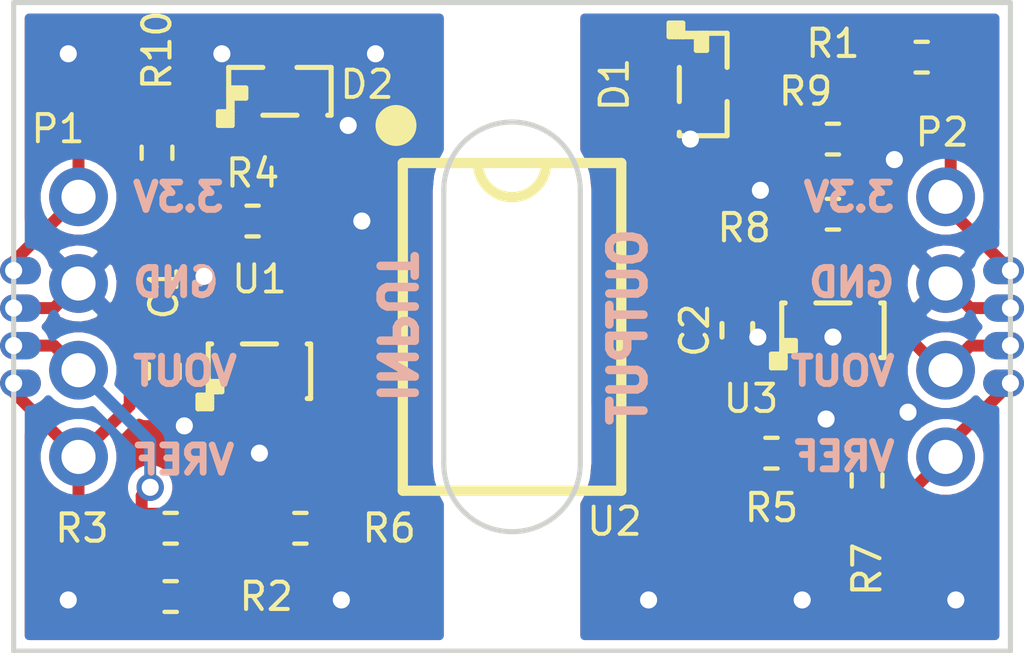
<source format=kicad_pcb>
(kicad_pcb (version 20171130) (host pcbnew "(5.1.2)-1")

  (general
    (thickness 1.6)
    (drawings 20)
    (tracks 151)
    (zones 0)
    (modules 19)
    (nets 15)
  )

  (page A4)
  (title_block
    (title "LOC11x Amplifier")
    (date 2019-05-04)
    (rev 1.1)
    (comment 1 LOC11xAmplifier)
    (comment 2 "4x gain optically isolated amplifier")
  )

  (layers
    (0 F.Cu signal)
    (31 B.Cu signal)
    (32 B.Adhes user)
    (33 F.Adhes user)
    (34 B.Paste user)
    (35 F.Paste user)
    (36 B.SilkS user)
    (37 F.SilkS user)
    (38 B.Mask user)
    (39 F.Mask user)
    (40 Dwgs.User user)
    (41 Cmts.User user hide)
    (42 Eco1.User user)
    (43 Eco2.User user)
    (44 Edge.Cuts user)
    (45 Margin user)
    (46 B.CrtYd user)
    (47 F.CrtYd user)
    (48 B.Fab user)
    (49 F.Fab user)
  )

  (setup
    (last_trace_width 0.25)
    (user_trace_width 0.25)
    (user_trace_width 0.35)
    (trace_clearance 0.2)
    (zone_clearance 0.25)
    (zone_45_only no)
    (trace_min 0.2)
    (via_size 0.8)
    (via_drill 0.4)
    (via_min_size 0.4)
    (via_min_drill 0.3)
    (user_via 0.8 0.5)
    (uvia_size 0.3)
    (uvia_drill 0.1)
    (uvias_allowed no)
    (uvia_min_size 0.2)
    (uvia_min_drill 0.1)
    (edge_width 0.15)
    (segment_width 0.2)
    (pcb_text_width 0.3)
    (pcb_text_size 1.5 1.5)
    (mod_edge_width 0.15)
    (mod_text_size 1 1)
    (mod_text_width 0.15)
    (pad_size 1.524 1.524)
    (pad_drill 0.762)
    (pad_to_mask_clearance 0.051)
    (solder_mask_min_width 0.25)
    (aux_axis_origin 0 0)
    (visible_elements 7FFDFFFF)
    (pcbplotparams
      (layerselection 0x010fc_ffffffff)
      (usegerberextensions false)
      (usegerberattributes false)
      (usegerberadvancedattributes false)
      (creategerberjobfile false)
      (excludeedgelayer true)
      (linewidth 0.100000)
      (plotframeref false)
      (viasonmask false)
      (mode 1)
      (useauxorigin false)
      (hpglpennumber 1)
      (hpglpenspeed 20)
      (hpglpendiameter 15.000000)
      (psnegative false)
      (psa4output false)
      (plotreference true)
      (plotvalue true)
      (plotinvisibletext false)
      (padsonsilk false)
      (subtractmaskfromsilk false)
      (outputformat 1)
      (mirror false)
      (drillshape 1)
      (scaleselection 1)
      (outputdirectory ""))
  )

  (net 0 "")
  (net 1 /IN_GND)
  (net 2 /IN_3VREF)
  (net 3 /OUT_3VREF)
  (net 4 /OUT_GND)
  (net 5 /VIN)
  (net 6 /IN_SUP)
  (net 7 /VOUT)
  (net 8 /OUT_SUP)
  (net 9 "Net-(R2-Pad2)")
  (net 10 "Net-(R4-Pad1)")
  (net 11 "Net-(R4-Pad2)")
  (net 12 "Net-(R5-Pad1)")
  (net 13 "Net-(R6-Pad2)")
  (net 14 "Net-(R7-Pad1)")

  (net_class Default "This is the default net class."
    (clearance 0.2)
    (trace_width 0.25)
    (via_dia 0.8)
    (via_drill 0.4)
    (uvia_dia 0.3)
    (uvia_drill 0.1)
    (add_net /IN_3VREF)
    (add_net /IN_GND)
    (add_net /IN_SUP)
    (add_net /OUT_3VREF)
    (add_net /OUT_GND)
    (add_net /OUT_SUP)
    (add_net /VIN)
    (add_net /VOUT)
    (add_net "Net-(R2-Pad2)")
    (add_net "Net-(R4-Pad1)")
    (add_net "Net-(R4-Pad2)")
    (add_net "Net-(R5-Pad1)")
    (add_net "Net-(R6-Pad2)")
    (add_net "Net-(R7-Pad1)")
  )

  (module footprints:CAP_0603 (layer F.Cu) (tedit 5C4FF2C3) (tstamp 5CCA32F1)
    (at 144.8 93.8 180)
    (path /5CCBA527)
    (attr smd)
    (fp_text reference C1 (at 0 2.3 270) (layer F.SilkS)
      (effects (font (size 0.8 0.8) (thickness 0.12)))
    )
    (fp_text value CC0603MRY5V6BB105 (at 0 -1.9685 180) (layer F.SilkS) hide
      (effects (font (size 0.8 0.8) (thickness 0.12)))
    )
    (fp_line (start -0.45 -0.8) (end -0.45 0.8) (layer F.CrtYd) (width 0.15))
    (fp_line (start -0.45 0.8) (end 0.45 0.8) (layer F.CrtYd) (width 0.15))
    (fp_line (start 0.45 0.8) (end 0.45 -0.8) (layer F.CrtYd) (width 0.15))
    (fp_line (start 0.45 -0.8) (end -0.45 -0.8) (layer F.CrtYd) (width 0.15))
    (fp_line (start 0.45 0.2) (end 0.45 -0.2) (layer F.SilkS) (width 0.15))
    (fp_line (start -0.45 0.2) (end -0.45 -0.2) (layer F.SilkS) (width 0.15))
    (pad 1 smd rect (at 0 -0.8 90) (size 0.762 1.0922) (layers F.Cu F.Paste F.Mask)
      (net 1 /IN_GND))
    (pad 2 smd rect (at 0 0.8 90) (size 0.762 1.0922) (layers F.Cu F.Paste F.Mask)
      (net 2 /IN_3VREF))
    (model ${KIPRJMOD}/kicadlib/3d/CAP_0603.wrl
      (at (xyz 0 0 0))
      (scale (xyz 1 1 1))
      (rotate (xyz 0 0 0))
    )
  )

  (module footprints:CAP_0603 (layer F.Cu) (tedit 5C4FF2C3) (tstamp 5CCA32FD)
    (at 161.6 92.6 180)
    (path /5CCBBD8D)
    (attr smd)
    (fp_text reference C2 (at 1.25 0 270) (layer F.SilkS)
      (effects (font (size 0.8 0.8) (thickness 0.12)))
    )
    (fp_text value CC0603MRY5V6BB105 (at 0 -1.9685 180) (layer F.SilkS) hide
      (effects (font (size 0.8 0.8) (thickness 0.12)))
    )
    (fp_line (start -0.45 0.2) (end -0.45 -0.2) (layer F.SilkS) (width 0.15))
    (fp_line (start 0.45 0.2) (end 0.45 -0.2) (layer F.SilkS) (width 0.15))
    (fp_line (start 0.45 -0.8) (end -0.45 -0.8) (layer F.CrtYd) (width 0.15))
    (fp_line (start 0.45 0.8) (end 0.45 -0.8) (layer F.CrtYd) (width 0.15))
    (fp_line (start -0.45 0.8) (end 0.45 0.8) (layer F.CrtYd) (width 0.15))
    (fp_line (start -0.45 -0.8) (end -0.45 0.8) (layer F.CrtYd) (width 0.15))
    (pad 2 smd rect (at 0 0.8 90) (size 0.762 1.0922) (layers F.Cu F.Paste F.Mask)
      (net 3 /OUT_3VREF))
    (pad 1 smd rect (at 0 -0.8 90) (size 0.762 1.0922) (layers F.Cu F.Paste F.Mask)
      (net 4 /OUT_GND))
    (model ${KIPRJMOD}/kicadlib/3d/CAP_0603.wrl
      (at (xyz 0 0 0))
      (scale (xyz 1 1 1))
      (rotate (xyz 0 0 0))
    )
  )

  (module footprints:SOT23-3_LM4040N (layer F.Cu) (tedit 5CC9C39B) (tstamp 5CCA331E)
    (at 160.6 85.4 270)
    (descr "Resistor SMD 0805, reflow soldering, Vishay (see dcrcw.pdf)")
    (tags "resistor 0805")
    (path /5CCABB01)
    (attr smd)
    (fp_text reference D1 (at 0 2.6 270) (layer F.SilkS)
      (effects (font (size 0.8 0.8) (thickness 0.1143)))
    )
    (fp_text value LM4040EIM3X-3.0_NOPB (at 0 2.54 270) (layer F.Fab) hide
      (effects (font (size 1 1) (thickness 0.15)))
    )
    (fp_line (start 1.5 0.65) (end 1.5 -0.65) (layer F.CrtYd) (width 0.15))
    (fp_line (start -1.5 -0.65) (end -1.5 0.65) (layer F.CrtYd) (width 0.15))
    (fp_line (start -1 0.1) (end -1.5 0.1) (layer F.SilkS) (width 0.15))
    (fp_line (start -1.5 0) (end -1 0) (layer F.SilkS) (width 0.15))
    (fp_line (start -1.4 -0.1) (end -1.5 -0.1) (layer F.SilkS) (width 0.15))
    (fp_line (start -1 -0.1) (end -1.4 -0.1) (layer F.SilkS) (width 0.15))
    (fp_line (start -1 0.2) (end -1 -0.1) (layer F.SilkS) (width 0.15))
    (fp_line (start -1.4 0.2) (end -1 0.2) (layer F.SilkS) (width 0.15))
    (fp_line (start -1.4 0.6) (end -1.4 0.2) (layer F.SilkS) (width 0.15))
    (fp_line (start 1.5 0.7) (end 1.4 0.7) (layer F.SilkS) (width 0.15))
    (fp_line (start 1.5 0.65) (end -1.5 0.65) (layer F.CrtYd) (width 0.15))
    (fp_line (start -1.5 -0.65) (end 1.5 -0.65) (layer F.CrtYd) (width 0.15))
    (fp_line (start -1.4 1) (end -1.4 0.6) (layer F.SilkS) (width 0.15))
    (fp_line (start -1.8 0.6) (end -1.4 0.6) (layer F.SilkS) (width 0.15))
    (fp_line (start -1.8 1) (end -1.8 0.6) (layer F.SilkS) (width 0.15))
    (fp_line (start -1.4 1) (end -1.8 1) (layer F.SilkS) (width 0.15))
    (fp_line (start -1.7 0.9) (end -1.7 0.6) (layer F.SilkS) (width 0.15))
    (fp_line (start -1.4 0.9) (end -1.7 0.9) (layer F.SilkS) (width 0.15))
    (fp_line (start -1.6 0.8) (end -1.6 0.6) (layer F.SilkS) (width 0.15))
    (fp_line (start -1.4 0.8) (end -1.6 0.8) (layer F.SilkS) (width 0.15))
    (fp_line (start 1.5 -0.7) (end 0.5 -0.7) (layer F.SilkS) (width 0.15))
    (fp_line (start 1.5 -0.7) (end 1.5 0.7) (layer F.SilkS) (width 0.15))
    (fp_line (start -1.5 0.8) (end -1.5 -0.7) (layer F.SilkS) (width 0.15))
    (fp_line (start -1.5 -0.7) (end -0.5 -0.7) (layer F.SilkS) (width 0.15))
    (fp_line (start -1.5 0.7) (end -1.4 0.7) (layer F.SilkS) (width 0.15))
    (fp_line (start -0.5 0.7) (end 0.5 0.7) (layer F.SilkS) (width 0.15))
    (pad 3 smd roundrect (at 0 -1.05 270) (size 0.6 1.3) (layers F.Cu F.Paste F.Mask) (roundrect_rratio 0.083)
      (solder_mask_margin 0.07))
    (pad 2 smd roundrect (at 0.95 1.05 270) (size 0.6 1.3) (layers F.Cu F.Paste F.Mask) (roundrect_rratio 0.083)
      (net 4 /OUT_GND) (solder_mask_margin 0.07))
    (pad 1 smd roundrect (at -0.95 1.05 270) (size 0.6 1.3) (layers F.Cu F.Paste F.Mask) (roundrect_rratio 0.083)
      (net 3 /OUT_3VREF) (solder_mask_margin 0.07))
  )

  (module footprints:SOT23-3_LM4040N (layer F.Cu) (tedit 5CC9C39B) (tstamp 5CCA333F)
    (at 148.2 85.6)
    (descr "Resistor SMD 0805, reflow soldering, Vishay (see dcrcw.pdf)")
    (tags "resistor 0805")
    (path /5CCA57A9)
    (attr smd)
    (fp_text reference D2 (at 2.55 -0.2) (layer F.SilkS)
      (effects (font (size 0.8 0.8) (thickness 0.1143)))
    )
    (fp_text value LM4040EIM3X-3.0_NOPB (at 0 2.54) (layer F.Fab) hide
      (effects (font (size 1 1) (thickness 0.15)))
    )
    (fp_line (start -0.5 0.7) (end 0.5 0.7) (layer F.SilkS) (width 0.15))
    (fp_line (start -1.5 0.7) (end -1.4 0.7) (layer F.SilkS) (width 0.15))
    (fp_line (start -1.5 -0.7) (end -0.5 -0.7) (layer F.SilkS) (width 0.15))
    (fp_line (start -1.5 0.8) (end -1.5 -0.7) (layer F.SilkS) (width 0.15))
    (fp_line (start 1.5 -0.7) (end 1.5 0.7) (layer F.SilkS) (width 0.15))
    (fp_line (start 1.5 -0.7) (end 0.5 -0.7) (layer F.SilkS) (width 0.15))
    (fp_line (start -1.4 0.8) (end -1.6 0.8) (layer F.SilkS) (width 0.15))
    (fp_line (start -1.6 0.8) (end -1.6 0.6) (layer F.SilkS) (width 0.15))
    (fp_line (start -1.4 0.9) (end -1.7 0.9) (layer F.SilkS) (width 0.15))
    (fp_line (start -1.7 0.9) (end -1.7 0.6) (layer F.SilkS) (width 0.15))
    (fp_line (start -1.4 1) (end -1.8 1) (layer F.SilkS) (width 0.15))
    (fp_line (start -1.8 1) (end -1.8 0.6) (layer F.SilkS) (width 0.15))
    (fp_line (start -1.8 0.6) (end -1.4 0.6) (layer F.SilkS) (width 0.15))
    (fp_line (start -1.4 1) (end -1.4 0.6) (layer F.SilkS) (width 0.15))
    (fp_line (start -1.5 -0.65) (end 1.5 -0.65) (layer F.CrtYd) (width 0.15))
    (fp_line (start 1.5 0.65) (end -1.5 0.65) (layer F.CrtYd) (width 0.15))
    (fp_line (start 1.5 0.7) (end 1.4 0.7) (layer F.SilkS) (width 0.15))
    (fp_line (start -1.4 0.6) (end -1.4 0.2) (layer F.SilkS) (width 0.15))
    (fp_line (start -1.4 0.2) (end -1 0.2) (layer F.SilkS) (width 0.15))
    (fp_line (start -1 0.2) (end -1 -0.1) (layer F.SilkS) (width 0.15))
    (fp_line (start -1 -0.1) (end -1.4 -0.1) (layer F.SilkS) (width 0.15))
    (fp_line (start -1.4 -0.1) (end -1.5 -0.1) (layer F.SilkS) (width 0.15))
    (fp_line (start -1.5 0) (end -1 0) (layer F.SilkS) (width 0.15))
    (fp_line (start -1 0.1) (end -1.5 0.1) (layer F.SilkS) (width 0.15))
    (fp_line (start -1.5 -0.65) (end -1.5 0.65) (layer F.CrtYd) (width 0.15))
    (fp_line (start 1.5 0.65) (end 1.5 -0.65) (layer F.CrtYd) (width 0.15))
    (pad 1 smd roundrect (at -0.95 1.05) (size 0.6 1.3) (layers F.Cu F.Paste F.Mask) (roundrect_rratio 0.083)
      (net 2 /IN_3VREF) (solder_mask_margin 0.07))
    (pad 2 smd roundrect (at 0.95 1.05) (size 0.6 1.3) (layers F.Cu F.Paste F.Mask) (roundrect_rratio 0.083)
      (net 1 /IN_GND) (solder_mask_margin 0.07))
    (pad 3 smd roundrect (at 0 -1.05) (size 0.6 1.3) (layers F.Cu F.Paste F.Mask) (roundrect_rratio 0.083)
      (solder_mask_margin 0.07))
  )

  (module footprints:4P_PLATING1.1MM_HOLE2.54MM (layer F.Cu) (tedit 5CCA234B) (tstamp 5CCA334C)
    (at 140.4 92.5 270)
    (path /5CCD2703)
    (fp_text reference P1 (at -5.8 -1.3) (layer F.SilkS)
      (effects (font (size 0.8 0.8) (thickness 0.1143)))
    )
    (fp_text value 4P_PLATING1.1MM_HOLE2.54MM (at 0 -3.5 270) (layer F.Fab)
      (effects (font (size 1 1) (thickness 0.15)))
    )
    (fp_line (start -3 0) (end 3 0) (layer Cmts.User) (width 0.15))
    (pad 1 thru_hole circle (at -3.81 -1.9 270) (size 1.72 1.72) (drill 1) (layers *.Cu *.Mask)
      (net 6 /IN_SUP))
    (pad 2 thru_hole circle (at -1.27 -1.9 270) (size 1.72 1.72) (drill 1) (layers *.Cu *.Mask)
      (net 1 /IN_GND))
    (pad 3 thru_hole circle (at 1.27 -1.9 270) (size 1.72 1.72) (drill 1) (layers *.Cu *.Mask)
      (net 5 /VIN))
    (pad 4 thru_hole circle (at 3.81 -1.9 270) (size 1.72 1.72) (drill 1) (layers *.Cu *.Mask)
      (net 2 /IN_3VREF))
    (pad 1 thru_hole custom (at -1.65 0 270) (size 0.8 0.8) (drill 0.5) (layers *.Cu *.Mask)
      (net 6 /IN_SUP)
      (options (clearance outline) (anchor circle))
      (primitives
        (gr_poly (pts
           (xy -0.4 0) (xy -0.4 -0.4) (xy 0.4 -0.4) (xy 0.4 0)) (width 0))
        (gr_circle (center 0 -0.4) (end 0.2 -0.4) (width 0.4))
      ))
    (pad 2 thru_hole custom (at -0.55 0 270) (size 0.8 0.8) (drill 0.5) (layers *.Cu *.Mask)
      (net 1 /IN_GND)
      (options (clearance outline) (anchor circle))
      (primitives
        (gr_poly (pts
           (xy -0.4 0) (xy -0.4 -0.4) (xy 0.4 -0.4) (xy 0.4 0)) (width 0))
        (gr_circle (center 0 -0.4) (end 0.2 -0.4) (width 0.4))
      ))
    (pad 3 thru_hole custom (at 0.55 0 270) (size 0.8 0.8) (drill 0.5) (layers *.Cu *.Mask)
      (net 5 /VIN)
      (options (clearance outline) (anchor circle))
      (primitives
        (gr_circle (center 0 -0.4) (end 0.2 -0.4) (width 0.4))
        (gr_poly (pts
           (xy -0.4 0) (xy -0.4 -0.4) (xy 0.4 -0.4) (xy 0.4 0)) (width 0))
      ))
    (pad 4 thru_hole custom (at 1.65 0 270) (size 0.8 0.8) (drill 0.5) (layers *.Cu *.Mask)
      (net 2 /IN_3VREF)
      (options (clearance outline) (anchor circle))
      (primitives
        (gr_circle (center 0 -0.4) (end 0.2 -0.4) (width 0.4))
        (gr_poly (pts
           (xy -0.4 0) (xy -0.4 -0.4) (xy 0.4 -0.4) (xy 0.4 0)) (width 0))
      ))
  )

  (module footprints:4P_PLATING1.1MM_HOLE2.54MM (layer F.Cu) (tedit 5CCA234B) (tstamp 5CCA5015)
    (at 169.6 92.5 90)
    (path /5CCDFF50)
    (fp_text reference P2 (at 5.7 -2 180) (layer F.SilkS)
      (effects (font (size 0.8 0.8) (thickness 0.1143)))
    )
    (fp_text value 4P_PLATING1.1MM_HOLE2.54MM (at 0 -3.5 90) (layer F.Fab)
      (effects (font (size 1 1) (thickness 0.15)))
    )
    (fp_line (start -3 0) (end 3 0) (layer Cmts.User) (width 0.15))
    (pad 4 thru_hole custom (at 1.65 0 90) (size 0.8 0.8) (drill 0.5) (layers *.Cu *.Mask)
      (net 8 /OUT_SUP)
      (options (clearance outline) (anchor circle))
      (primitives
        (gr_circle (center 0 -0.4) (end 0.2 -0.4) (width 0.4))
        (gr_poly (pts
           (xy -0.4 0) (xy -0.4 -0.4) (xy 0.4 -0.4) (xy 0.4 0)) (width 0))
      ))
    (pad 3 thru_hole custom (at 0.55 0 90) (size 0.8 0.8) (drill 0.5) (layers *.Cu *.Mask)
      (net 4 /OUT_GND)
      (options (clearance outline) (anchor circle))
      (primitives
        (gr_circle (center 0 -0.4) (end 0.2 -0.4) (width 0.4))
        (gr_poly (pts
           (xy -0.4 0) (xy -0.4 -0.4) (xy 0.4 -0.4) (xy 0.4 0)) (width 0))
      ))
    (pad 2 thru_hole custom (at -0.55 0 90) (size 0.8 0.8) (drill 0.5) (layers *.Cu *.Mask)
      (net 7 /VOUT)
      (options (clearance outline) (anchor circle))
      (primitives
        (gr_poly (pts
           (xy -0.4 0) (xy -0.4 -0.4) (xy 0.4 -0.4) (xy 0.4 0)) (width 0))
        (gr_circle (center 0 -0.4) (end 0.2 -0.4) (width 0.4))
      ))
    (pad 1 thru_hole custom (at -1.65 0 90) (size 0.8 0.8) (drill 0.5) (layers *.Cu *.Mask)
      (net 3 /OUT_3VREF)
      (options (clearance outline) (anchor circle))
      (primitives
        (gr_poly (pts
           (xy -0.4 0) (xy -0.4 -0.4) (xy 0.4 -0.4) (xy 0.4 0)) (width 0))
        (gr_circle (center 0 -0.4) (end 0.2 -0.4) (width 0.4))
      ))
    (pad 4 thru_hole circle (at 3.81 -1.9 90) (size 1.72 1.72) (drill 1) (layers *.Cu *.Mask)
      (net 8 /OUT_SUP))
    (pad 3 thru_hole circle (at 1.27 -1.9 90) (size 1.72 1.72) (drill 1) (layers *.Cu *.Mask)
      (net 4 /OUT_GND))
    (pad 2 thru_hole circle (at -1.27 -1.9 90) (size 1.72 1.72) (drill 1) (layers *.Cu *.Mask)
      (net 7 /VOUT))
    (pad 1 thru_hole circle (at -3.81 -1.9 90) (size 1.72 1.72) (drill 1) (layers *.Cu *.Mask)
      (net 3 /OUT_3VREF))
  )

  (module footprints:RES_0603 (layer F.Cu) (tedit 5C4FB138) (tstamp 5CCA3365)
    (at 167 84.6 90)
    (path /5CCC2924)
    (attr smd)
    (fp_text reference R1 (at 0.4 -2.6 180) (layer F.SilkS)
      (effects (font (size 0.8 0.8) (thickness 0.12)))
    )
    (fp_text value RC0603FR-0791RL (at 0 -1.9685 90) (layer F.SilkS) hide
      (effects (font (size 0.8 0.8) (thickness 0.12)))
    )
    (fp_line (start 0.45 -0.8) (end -0.45 -0.8) (layer F.CrtYd) (width 0.15))
    (fp_line (start 0.45 0.8) (end 0.45 -0.8) (layer F.CrtYd) (width 0.15))
    (fp_line (start -0.45 0.8) (end 0.45 0.8) (layer F.CrtYd) (width 0.15))
    (fp_line (start -0.45 -0.8) (end -0.45 0.8) (layer F.CrtYd) (width 0.15))
    (fp_line (start -0.45 0.18) (end -0.45 -0.18) (layer F.SilkS) (width 0.127))
    (fp_line (start 0.45 -0.18) (end 0.45 0.18) (layer F.SilkS) (width 0.127))
    (pad 2 smd rect (at 0 0.85) (size 1.1 1.2) (layers F.Cu F.Paste F.Mask)
      (net 8 /OUT_SUP))
    (pad 1 smd rect (at 0 -0.85) (size 1.1 1.2) (layers F.Cu F.Paste F.Mask)
      (net 3 /OUT_3VREF))
    (model ${KIPRJMOD}/kicadlib/3d/RES_0603.wrl
      (at (xyz 0 0 0))
      (scale (xyz 1 1 1))
      (rotate (xyz 0 0 0))
    )
  )

  (module footprints:RES_0603 (layer F.Cu) (tedit 5C4FB138) (tstamp 5CCA4DD0)
    (at 145 100.4 90)
    (path /5CCA8818)
    (attr smd)
    (fp_text reference R2 (at 0 2.8 180) (layer F.SilkS)
      (effects (font (size 0.8 0.8) (thickness 0.12)))
    )
    (fp_text value RC0603FR-07180KL (at 0 -1.9685 90) (layer F.SilkS) hide
      (effects (font (size 0.8 0.8) (thickness 0.12)))
    )
    (fp_line (start 0.45 -0.18) (end 0.45 0.18) (layer F.SilkS) (width 0.127))
    (fp_line (start -0.45 0.18) (end -0.45 -0.18) (layer F.SilkS) (width 0.127))
    (fp_line (start -0.45 -0.8) (end -0.45 0.8) (layer F.CrtYd) (width 0.15))
    (fp_line (start -0.45 0.8) (end 0.45 0.8) (layer F.CrtYd) (width 0.15))
    (fp_line (start 0.45 0.8) (end 0.45 -0.8) (layer F.CrtYd) (width 0.15))
    (fp_line (start 0.45 -0.8) (end -0.45 -0.8) (layer F.CrtYd) (width 0.15))
    (pad 1 smd rect (at 0 -0.85) (size 1.1 1.2) (layers F.Cu F.Paste F.Mask)
      (net 2 /IN_3VREF))
    (pad 2 smd rect (at 0 0.85) (size 1.1 1.2) (layers F.Cu F.Paste F.Mask)
      (net 9 "Net-(R2-Pad2)"))
    (model ${KIPRJMOD}/kicadlib/3d/RES_0603.wrl
      (at (xyz 0 0 0))
      (scale (xyz 1 1 1))
      (rotate (xyz 0 0 0))
    )
  )

  (module footprints:RES_0603 (layer F.Cu) (tedit 5C4FB138) (tstamp 5CCA337D)
    (at 145 98.4 270)
    (path /5CCA8727)
    (attr smd)
    (fp_text reference R3 (at 0 2.6) (layer F.SilkS)
      (effects (font (size 0.8 0.8) (thickness 0.12)))
    )
    (fp_text value RC0603FR-0791KL (at 0 -1.9685 270) (layer F.SilkS) hide
      (effects (font (size 0.8 0.8) (thickness 0.12)))
    )
    (fp_line (start 0.45 -0.8) (end -0.45 -0.8) (layer F.CrtYd) (width 0.15))
    (fp_line (start 0.45 0.8) (end 0.45 -0.8) (layer F.CrtYd) (width 0.15))
    (fp_line (start -0.45 0.8) (end 0.45 0.8) (layer F.CrtYd) (width 0.15))
    (fp_line (start -0.45 -0.8) (end -0.45 0.8) (layer F.CrtYd) (width 0.15))
    (fp_line (start -0.45 0.18) (end -0.45 -0.18) (layer F.SilkS) (width 0.127))
    (fp_line (start 0.45 -0.18) (end 0.45 0.18) (layer F.SilkS) (width 0.127))
    (pad 2 smd rect (at 0 0.85 180) (size 1.1 1.2) (layers F.Cu F.Paste F.Mask)
      (net 5 /VIN))
    (pad 1 smd rect (at 0 -0.85 180) (size 1.1 1.2) (layers F.Cu F.Paste F.Mask)
      (net 9 "Net-(R2-Pad2)"))
    (model ${KIPRJMOD}/kicadlib/3d/RES_0603.wrl
      (at (xyz 0 0 0))
      (scale (xyz 1 1 1))
      (rotate (xyz 0 0 0))
    )
  )

  (module footprints:RES_0603 (layer F.Cu) (tedit 5C4FB138) (tstamp 5CCA3389)
    (at 147.4 89.4 270)
    (path /5CCAA25D)
    (attr smd)
    (fp_text reference R4 (at -1.4 0) (layer F.SilkS)
      (effects (font (size 0.8 0.8) (thickness 0.12)))
    )
    (fp_text value RC0603FR-07430RL (at 0 -1.9685 270) (layer F.SilkS) hide
      (effects (font (size 0.8 0.8) (thickness 0.12)))
    )
    (fp_line (start 0.45 -0.18) (end 0.45 0.18) (layer F.SilkS) (width 0.127))
    (fp_line (start -0.45 0.18) (end -0.45 -0.18) (layer F.SilkS) (width 0.127))
    (fp_line (start -0.45 -0.8) (end -0.45 0.8) (layer F.CrtYd) (width 0.15))
    (fp_line (start -0.45 0.8) (end 0.45 0.8) (layer F.CrtYd) (width 0.15))
    (fp_line (start 0.45 0.8) (end 0.45 -0.8) (layer F.CrtYd) (width 0.15))
    (fp_line (start 0.45 -0.8) (end -0.45 -0.8) (layer F.CrtYd) (width 0.15))
    (pad 1 smd rect (at 0 -0.85 180) (size 1.1 1.2) (layers F.Cu F.Paste F.Mask)
      (net 10 "Net-(R4-Pad1)"))
    (pad 2 smd rect (at 0 0.85 180) (size 1.1 1.2) (layers F.Cu F.Paste F.Mask)
      (net 11 "Net-(R4-Pad2)"))
    (model ${KIPRJMOD}/kicadlib/3d/RES_0603.wrl
      (at (xyz 0 0 0))
      (scale (xyz 1 1 1))
      (rotate (xyz 0 0 0))
    )
  )

  (module footprints:RES_0603 (layer F.Cu) (tedit 5C4FB138) (tstamp 5CCA3395)
    (at 162.6 96.2 90)
    (path /5CCAC273)
    (attr smd)
    (fp_text reference R5 (at -1.6 0 180) (layer F.SilkS)
      (effects (font (size 0.8 0.8) (thickness 0.12)))
    )
    (fp_text value RC0603FR-0775KL (at 0 -1.9685 90) (layer F.SilkS) hide
      (effects (font (size 0.8 0.8) (thickness 0.12)))
    )
    (fp_line (start 0.45 -0.8) (end -0.45 -0.8) (layer F.CrtYd) (width 0.15))
    (fp_line (start 0.45 0.8) (end 0.45 -0.8) (layer F.CrtYd) (width 0.15))
    (fp_line (start -0.45 0.8) (end 0.45 0.8) (layer F.CrtYd) (width 0.15))
    (fp_line (start -0.45 -0.8) (end -0.45 0.8) (layer F.CrtYd) (width 0.15))
    (fp_line (start -0.45 0.18) (end -0.45 -0.18) (layer F.SilkS) (width 0.127))
    (fp_line (start 0.45 -0.18) (end 0.45 0.18) (layer F.SilkS) (width 0.127))
    (pad 2 smd rect (at 0 0.85) (size 1.1 1.2) (layers F.Cu F.Paste F.Mask)
      (net 4 /OUT_GND))
    (pad 1 smd rect (at 0 -0.85) (size 1.1 1.2) (layers F.Cu F.Paste F.Mask)
      (net 12 "Net-(R5-Pad1)"))
    (model ${KIPRJMOD}/kicadlib/3d/RES_0603.wrl
      (at (xyz 0 0 0))
      (scale (xyz 1 1 1))
      (rotate (xyz 0 0 0))
    )
  )

  (module footprints:RES_0603 (layer F.Cu) (tedit 5C4FB138) (tstamp 5CCA33A1)
    (at 148.8 98.4 90)
    (path /5CCA9FF3)
    (attr smd)
    (fp_text reference R6 (at 0 2.6 180) (layer F.SilkS)
      (effects (font (size 0.8 0.8) (thickness 0.12)))
    )
    (fp_text value RC0603FR-0734K8L (at 0 -1.9685 90) (layer F.SilkS) hide
      (effects (font (size 0.8 0.8) (thickness 0.12)))
    )
    (fp_line (start 0.45 -0.8) (end -0.45 -0.8) (layer F.CrtYd) (width 0.15))
    (fp_line (start 0.45 0.8) (end 0.45 -0.8) (layer F.CrtYd) (width 0.15))
    (fp_line (start -0.45 0.8) (end 0.45 0.8) (layer F.CrtYd) (width 0.15))
    (fp_line (start -0.45 -0.8) (end -0.45 0.8) (layer F.CrtYd) (width 0.15))
    (fp_line (start -0.45 0.18) (end -0.45 -0.18) (layer F.SilkS) (width 0.127))
    (fp_line (start 0.45 -0.18) (end 0.45 0.18) (layer F.SilkS) (width 0.127))
    (pad 2 smd rect (at 0 0.85) (size 1.1 1.2) (layers F.Cu F.Paste F.Mask)
      (net 13 "Net-(R6-Pad2)"))
    (pad 1 smd rect (at 0 -0.85) (size 1.1 1.2) (layers F.Cu F.Paste F.Mask)
      (net 1 /IN_GND))
    (model ${KIPRJMOD}/kicadlib/3d/RES_0603.wrl
      (at (xyz 0 0 0))
      (scale (xyz 1 1 1))
      (rotate (xyz 0 0 0))
    )
  )

  (module footprints:RES_0603 (layer F.Cu) (tedit 5C4FB138) (tstamp 5CCA33AD)
    (at 165.4 97)
    (path /5CCB0244)
    (attr smd)
    (fp_text reference R7 (at 0 2.6 90) (layer F.SilkS)
      (effects (font (size 0.8 0.8) (thickness 0.12)))
    )
    (fp_text value RC0603FR-0714KL (at 0 -1.9685) (layer F.SilkS) hide
      (effects (font (size 0.8 0.8) (thickness 0.12)))
    )
    (fp_line (start 0.45 -0.18) (end 0.45 0.18) (layer F.SilkS) (width 0.127))
    (fp_line (start -0.45 0.18) (end -0.45 -0.18) (layer F.SilkS) (width 0.127))
    (fp_line (start -0.45 -0.8) (end -0.45 0.8) (layer F.CrtYd) (width 0.15))
    (fp_line (start -0.45 0.8) (end 0.45 0.8) (layer F.CrtYd) (width 0.15))
    (fp_line (start 0.45 0.8) (end 0.45 -0.8) (layer F.CrtYd) (width 0.15))
    (fp_line (start 0.45 -0.8) (end -0.45 -0.8) (layer F.CrtYd) (width 0.15))
    (pad 1 smd rect (at 0 -0.85 270) (size 1.1 1.2) (layers F.Cu F.Paste F.Mask)
      (net 14 "Net-(R7-Pad1)"))
    (pad 2 smd rect (at 0 0.85 270) (size 1.1 1.2) (layers F.Cu F.Paste F.Mask)
      (net 3 /OUT_3VREF))
    (model ${KIPRJMOD}/kicadlib/3d/RES_0603.wrl
      (at (xyz 0 0 0))
      (scale (xyz 1 1 1))
      (rotate (xyz 0 0 0))
    )
  )

  (module footprints:RES_0603 (layer F.Cu) (tedit 5C4FB138) (tstamp 5CCA33B9)
    (at 164.4 89.2 270)
    (path /5CCB5F2C)
    (attr smd)
    (fp_text reference R8 (at 0.4 2.6) (layer F.SilkS)
      (effects (font (size 0.8 0.8) (thickness 0.12)))
    )
    (fp_text value RC0603FR-0721KL (at 0 -1.9685 270) (layer F.SilkS) hide
      (effects (font (size 0.8 0.8) (thickness 0.12)))
    )
    (fp_line (start 0.45 -0.8) (end -0.45 -0.8) (layer F.CrtYd) (width 0.15))
    (fp_line (start 0.45 0.8) (end 0.45 -0.8) (layer F.CrtYd) (width 0.15))
    (fp_line (start -0.45 0.8) (end 0.45 0.8) (layer F.CrtYd) (width 0.15))
    (fp_line (start -0.45 -0.8) (end -0.45 0.8) (layer F.CrtYd) (width 0.15))
    (fp_line (start -0.45 0.18) (end -0.45 -0.18) (layer F.SilkS) (width 0.127))
    (fp_line (start 0.45 -0.18) (end 0.45 0.18) (layer F.SilkS) (width 0.127))
    (pad 2 smd rect (at 0 0.85 180) (size 1.1 1.2) (layers F.Cu F.Paste F.Mask)
      (net 14 "Net-(R7-Pad1)"))
    (pad 1 smd rect (at 0 -0.85 180) (size 1.1 1.2) (layers F.Cu F.Paste F.Mask)
      (net 7 /VOUT))
    (model ${KIPRJMOD}/kicadlib/3d/RES_0603.wrl
      (at (xyz 0 0 0))
      (scale (xyz 1 1 1))
      (rotate (xyz 0 0 0))
    )
  )

  (module footprints:RES_0603 (layer F.Cu) (tedit 5C4FB138) (tstamp 5CCA33C5)
    (at 164.4 87 90)
    (path /5CCAFB2A)
    (attr smd)
    (fp_text reference R9 (at 1.4 -0.8 180) (layer F.SilkS)
      (effects (font (size 0.8 0.8) (thickness 0.12)))
    )
    (fp_text value RC0603FR-0775KL (at 0 -1.9685 90) (layer F.SilkS) hide
      (effects (font (size 0.8 0.8) (thickness 0.12)))
    )
    (fp_line (start 0.45 -0.18) (end 0.45 0.18) (layer F.SilkS) (width 0.127))
    (fp_line (start -0.45 0.18) (end -0.45 -0.18) (layer F.SilkS) (width 0.127))
    (fp_line (start -0.45 -0.8) (end -0.45 0.8) (layer F.CrtYd) (width 0.15))
    (fp_line (start -0.45 0.8) (end 0.45 0.8) (layer F.CrtYd) (width 0.15))
    (fp_line (start 0.45 0.8) (end 0.45 -0.8) (layer F.CrtYd) (width 0.15))
    (fp_line (start 0.45 -0.8) (end -0.45 -0.8) (layer F.CrtYd) (width 0.15))
    (pad 1 smd rect (at 0 -0.85) (size 1.1 1.2) (layers F.Cu F.Paste F.Mask)
      (net 14 "Net-(R7-Pad1)"))
    (pad 2 smd rect (at 0 0.85) (size 1.1 1.2) (layers F.Cu F.Paste F.Mask)
      (net 4 /OUT_GND))
    (model ${KIPRJMOD}/kicadlib/3d/RES_0603.wrl
      (at (xyz 0 0 0))
      (scale (xyz 1 1 1))
      (rotate (xyz 0 0 0))
    )
  )

  (module footprints:RES_0603 (layer F.Cu) (tedit 5C4FB138) (tstamp 5CCA33D1)
    (at 144.6 87.4 180)
    (path /5CCD1ADE)
    (attr smd)
    (fp_text reference R10 (at 0 3 270) (layer F.SilkS)
      (effects (font (size 0.8 0.8) (thickness 0.12)))
    )
    (fp_text value RC0603FR-0743RL (at 0 -1.9685 180) (layer F.SilkS) hide
      (effects (font (size 0.8 0.8) (thickness 0.12)))
    )
    (fp_line (start 0.45 -0.18) (end 0.45 0.18) (layer F.SilkS) (width 0.127))
    (fp_line (start -0.45 0.18) (end -0.45 -0.18) (layer F.SilkS) (width 0.127))
    (fp_line (start -0.45 -0.8) (end -0.45 0.8) (layer F.CrtYd) (width 0.15))
    (fp_line (start -0.45 0.8) (end 0.45 0.8) (layer F.CrtYd) (width 0.15))
    (fp_line (start 0.45 0.8) (end 0.45 -0.8) (layer F.CrtYd) (width 0.15))
    (fp_line (start 0.45 -0.8) (end -0.45 -0.8) (layer F.CrtYd) (width 0.15))
    (pad 1 smd rect (at 0 -0.85 90) (size 1.1 1.2) (layers F.Cu F.Paste F.Mask)
      (net 2 /IN_3VREF))
    (pad 2 smd rect (at 0 0.85 90) (size 1.1 1.2) (layers F.Cu F.Paste F.Mask)
      (net 6 /IN_SUP))
    (model ${KIPRJMOD}/kicadlib/3d/RES_0603.wrl
      (at (xyz 0 0 0))
      (scale (xyz 1 1 1))
      (rotate (xyz 0 0 0))
    )
  )

  (module footprints:SOT23-5_TLV9001 (layer F.Cu) (tedit 5CC9BA0F) (tstamp 5CCA4B7E)
    (at 147.6 93.8)
    (descr "Resistor SMD 0805, reflow soldering, Vishay (see dcrcw.pdf)")
    (tags "resistor 0805")
    (path /5CCA4457)
    (attr smd)
    (fp_text reference U1 (at 0 -2.7) (layer F.SilkS)
      (effects (font (size 0.8 0.8) (thickness 0.1143)))
    )
    (fp_text value TLV9001UIDBVR (at 0 2.54) (layer F.Fab) hide
      (effects (font (size 1 1) (thickness 0.15)))
    )
    (fp_line (start -0.5 -0.8) (end 0.5 -0.8) (layer F.SilkS) (width 0.15))
    (fp_line (start -1.5 0.8) (end -1.4 0.8) (layer F.SilkS) (width 0.15))
    (fp_line (start -1.5 -0.8) (end -1.4 -0.8) (layer F.SilkS) (width 0.15))
    (fp_line (start -1.5 0.8) (end -1.5 -0.8) (layer F.SilkS) (width 0.15))
    (fp_line (start 1.5 -0.8) (end 1.5 0.8) (layer F.SilkS) (width 0.15))
    (fp_line (start 1.5 -0.8) (end 1.4 -0.8) (layer F.SilkS) (width 0.15))
    (fp_line (start 1.5 0.8) (end 1.4 0.8) (layer F.SilkS) (width 0.15))
    (fp_line (start -1.4 0.9) (end -1.6 0.9) (layer F.SilkS) (width 0.15))
    (fp_line (start -1.6 0.9) (end -1.6 0.7) (layer F.SilkS) (width 0.15))
    (fp_line (start -1.4 1) (end -1.7 1) (layer F.SilkS) (width 0.15))
    (fp_line (start -1.7 1) (end -1.7 0.7) (layer F.SilkS) (width 0.15))
    (fp_line (start -1.4 1.1) (end -1.8 1.1) (layer F.SilkS) (width 0.15))
    (fp_line (start -1.8 1.1) (end -1.8 0.7) (layer F.SilkS) (width 0.15))
    (fp_line (start -1.8 0.7) (end -1.5 0.7) (layer F.SilkS) (width 0.15))
    (fp_line (start -1.4 1.1) (end -1.4 0.8) (layer F.SilkS) (width 0.15))
    (fp_line (start -1.5 0.4) (end -1.2 0.4) (layer F.SilkS) (width 0.15))
    (fp_line (start -1.2 0.4) (end -1.2 0.6) (layer F.SilkS) (width 0.15))
    (fp_line (start -1.2 0.6) (end -1.5 0.6) (layer F.SilkS) (width 0.15))
    (fp_line (start -1.4 0.4) (end -1.4 0.8) (layer F.SilkS) (width 0.15))
    (fp_line (start -1.4 0.5) (end -1.3 0.5) (layer F.SilkS) (width 0.15))
    (fp_line (start -1.5 0.3) (end -1.1 0.3) (layer F.SilkS) (width 0.15))
    (fp_line (start -1.1 0.3) (end -1.1 0.6) (layer F.SilkS) (width 0.15))
    (fp_line (start -1.1 0.6) (end -1.3 0.6) (layer F.SilkS) (width 0.15))
    (fp_line (start -1.5 -0.8) (end 1.5 -0.8) (layer F.CrtYd) (width 0.15))
    (fp_line (start 1.5 -0.8) (end 1.5 0.8) (layer F.CrtYd) (width 0.15))
    (fp_line (start 1.5 0.8) (end -1.5 0.8) (layer F.CrtYd) (width 0.15))
    (fp_line (start -1.5 0.8) (end -1.5 -0.8) (layer F.CrtYd) (width 0.15))
    (pad 1 smd roundrect (at -0.95 1.3) (size 0.6 1.1) (layers F.Cu F.Paste F.Mask) (roundrect_rratio 0.083)
      (net 9 "Net-(R2-Pad2)") (solder_mask_margin 0.07))
    (pad 2 smd roundrect (at 0 1.3) (size 0.6 1.1) (layers F.Cu F.Paste F.Mask) (roundrect_rratio 0.083)
      (net 1 /IN_GND) (solder_mask_margin 0.07))
    (pad 3 smd roundrect (at 0.95 1.3) (size 0.6 1.1) (layers F.Cu F.Paste F.Mask) (roundrect_rratio 0.083)
      (net 13 "Net-(R6-Pad2)") (solder_mask_margin 0.07))
    (pad 5 smd roundrect (at -0.95 -1.3) (size 0.6 1.1) (layers F.Cu F.Paste F.Mask) (roundrect_rratio 0.083)
      (net 2 /IN_3VREF) (solder_mask_margin 0.07))
    (pad 4 smd roundrect (at 0.95 -1.3) (size 0.6 1.1) (layers F.Cu F.Paste F.Mask) (roundrect_rratio 0.083)
      (net 11 "Net-(R4-Pad2)") (solder_mask_margin 0.07))
  )

  (module footprints:SO8_LOC110P (layer F.Cu) (tedit 5CC9AE95) (tstamp 5CCBA4E5)
    (at 155 92.5)
    (path /5CCA3996)
    (fp_text reference U2 (at 3 5.7) (layer F.SilkS)
      (effects (font (size 0.8 0.8) (thickness 0.1143)))
    )
    (fp_text value LOC110PTR (at 0 -5.842) (layer F.Fab)
      (effects (font (size 1 1) (thickness 0.15)))
    )
    (fp_line (start -3.175 -4.8125) (end 3.175 -4.8125) (layer F.CrtYd) (width 0.3))
    (fp_line (start 3.175 4.8125) (end -3.175 4.8125) (layer F.CrtYd) (width 0.3))
    (fp_line (start -3.175 -4.8125) (end -3.175 4.8125) (layer F.CrtYd) (width 0.3))
    (fp_line (start 3.175 -4.8125) (end 3.175 4.8125) (layer F.CrtYd) (width 0.3))
    (fp_line (start -3.2 -4.8) (end -3.2 4.8) (layer F.SilkS) (width 0.3))
    (fp_line (start -3.2 4.8) (end 3.2 4.8) (layer F.SilkS) (width 0.3))
    (fp_line (start 3.2 4.8) (end 3.2 -4.8) (layer F.SilkS) (width 0.3))
    (fp_line (start 3.2 -4.8) (end -3.2 -4.8) (layer F.SilkS) (width 0.3))
    (fp_arc (start 0 -4.8) (end -1 -4.8) (angle -180) (layer F.SilkS) (width 0.3))
    (pad 6 smd oval (at 4.35 1.27) (size 1.55 0.65) (layers F.Cu F.Paste F.Mask)
      (net 3 /OUT_3VREF))
    (pad 7 smd oval (at 4.35 -1.27) (size 1.55 0.65) (layers F.Cu F.Paste F.Mask))
    (pad 5 smd oval (at 4.35 3.81) (size 1.55 0.65) (layers F.Cu F.Paste F.Mask)
      (net 12 "Net-(R5-Pad1)"))
    (pad 8 smd oval (at 4.35 -3.81) (size 1.55 0.65) (layers F.Cu F.Paste F.Mask))
    (pad 4 smd oval (at -4.35 3.81) (size 1.55 0.65) (layers F.Cu F.Paste F.Mask)
      (net 13 "Net-(R6-Pad2)"))
    (pad 3 smd oval (at -4.35 1.27) (size 1.55 0.65) (layers F.Cu F.Paste F.Mask)
      (net 2 /IN_3VREF))
    (pad 2 smd oval (at -4.35 -1.27) (size 1.55 0.65) (layers F.Cu F.Paste F.Mask)
      (net 10 "Net-(R4-Pad1)"))
    (pad 1 smd oval (at -4.35 -3.81) (size 1.55 0.65) (layers F.Cu F.Paste F.Mask)
      (net 1 /IN_GND))
  )

  (module footprints:SOT23-5_TLV9001 (layer F.Cu) (tedit 5CC9BA0F) (tstamp 5CCA342E)
    (at 164.4 92.6)
    (descr "Resistor SMD 0805, reflow soldering, Vishay (see dcrcw.pdf)")
    (tags "resistor 0805")
    (path /5CCB4FD1)
    (attr smd)
    (fp_text reference U3 (at -2.4 2) (layer F.SilkS)
      (effects (font (size 0.8 0.8) (thickness 0.1143)))
    )
    (fp_text value TLV9001UIDBVR (at 0 2.54) (layer F.Fab) hide
      (effects (font (size 1 1) (thickness 0.15)))
    )
    (fp_line (start -1.5 0.8) (end -1.5 -0.8) (layer F.CrtYd) (width 0.15))
    (fp_line (start 1.5 0.8) (end -1.5 0.8) (layer F.CrtYd) (width 0.15))
    (fp_line (start 1.5 -0.8) (end 1.5 0.8) (layer F.CrtYd) (width 0.15))
    (fp_line (start -1.5 -0.8) (end 1.5 -0.8) (layer F.CrtYd) (width 0.15))
    (fp_line (start -1.1 0.6) (end -1.3 0.6) (layer F.SilkS) (width 0.15))
    (fp_line (start -1.1 0.3) (end -1.1 0.6) (layer F.SilkS) (width 0.15))
    (fp_line (start -1.5 0.3) (end -1.1 0.3) (layer F.SilkS) (width 0.15))
    (fp_line (start -1.4 0.5) (end -1.3 0.5) (layer F.SilkS) (width 0.15))
    (fp_line (start -1.4 0.4) (end -1.4 0.8) (layer F.SilkS) (width 0.15))
    (fp_line (start -1.2 0.6) (end -1.5 0.6) (layer F.SilkS) (width 0.15))
    (fp_line (start -1.2 0.4) (end -1.2 0.6) (layer F.SilkS) (width 0.15))
    (fp_line (start -1.5 0.4) (end -1.2 0.4) (layer F.SilkS) (width 0.15))
    (fp_line (start -1.4 1.1) (end -1.4 0.8) (layer F.SilkS) (width 0.15))
    (fp_line (start -1.8 0.7) (end -1.5 0.7) (layer F.SilkS) (width 0.15))
    (fp_line (start -1.8 1.1) (end -1.8 0.7) (layer F.SilkS) (width 0.15))
    (fp_line (start -1.4 1.1) (end -1.8 1.1) (layer F.SilkS) (width 0.15))
    (fp_line (start -1.7 1) (end -1.7 0.7) (layer F.SilkS) (width 0.15))
    (fp_line (start -1.4 1) (end -1.7 1) (layer F.SilkS) (width 0.15))
    (fp_line (start -1.6 0.9) (end -1.6 0.7) (layer F.SilkS) (width 0.15))
    (fp_line (start -1.4 0.9) (end -1.6 0.9) (layer F.SilkS) (width 0.15))
    (fp_line (start 1.5 0.8) (end 1.4 0.8) (layer F.SilkS) (width 0.15))
    (fp_line (start 1.5 -0.8) (end 1.4 -0.8) (layer F.SilkS) (width 0.15))
    (fp_line (start 1.5 -0.8) (end 1.5 0.8) (layer F.SilkS) (width 0.15))
    (fp_line (start -1.5 0.8) (end -1.5 -0.8) (layer F.SilkS) (width 0.15))
    (fp_line (start -1.5 -0.8) (end -1.4 -0.8) (layer F.SilkS) (width 0.15))
    (fp_line (start -1.5 0.8) (end -1.4 0.8) (layer F.SilkS) (width 0.15))
    (fp_line (start -0.5 -0.8) (end 0.5 -0.8) (layer F.SilkS) (width 0.15))
    (pad 4 smd roundrect (at 0.95 -1.3) (size 0.6 1.1) (layers F.Cu F.Paste F.Mask) (roundrect_rratio 0.083)
      (net 7 /VOUT) (solder_mask_margin 0.07))
    (pad 5 smd roundrect (at -0.95 -1.3) (size 0.6 1.1) (layers F.Cu F.Paste F.Mask) (roundrect_rratio 0.083)
      (net 3 /OUT_3VREF) (solder_mask_margin 0.07))
    (pad 3 smd roundrect (at 0.95 1.3) (size 0.6 1.1) (layers F.Cu F.Paste F.Mask) (roundrect_rratio 0.083)
      (net 14 "Net-(R7-Pad1)") (solder_mask_margin 0.07))
    (pad 2 smd roundrect (at 0 1.3) (size 0.6 1.1) (layers F.Cu F.Paste F.Mask) (roundrect_rratio 0.083)
      (net 4 /OUT_GND) (solder_mask_margin 0.07))
    (pad 1 smd roundrect (at -0.95 1.3) (size 0.6 1.1) (layers F.Cu F.Paste F.Mask) (roundrect_rratio 0.083)
      (net 12 "Net-(R5-Pad1)") (solder_mask_margin 0.07))
  )

  (gr_text INPUT (at 151.6 92.5 270) (layer B.SilkS) (tstamp 5CCA633E)
    (effects (font (size 1 1) (thickness 0.25)) (justify mirror))
  )
  (gr_text OUTPUT (at 158.4 92.5 90) (layer B.SilkS)
    (effects (font (size 1 1) (thickness 0.25)) (justify mirror))
  )
  (gr_text 3.3V (at 143.8 88.7) (layer B.SilkS) (tstamp 5CCA6210)
    (effects (font (size 0.8 0.8) (thickness 0.2)) (justify right mirror))
  )
  (gr_text VOUT (at 143.8 93.8) (layer B.SilkS) (tstamp 5CCA620F)
    (effects (font (size 0.8 0.8) (thickness 0.2)) (justify right mirror))
  )
  (gr_text GND (at 143.8 91.2) (layer B.SilkS) (tstamp 5CCA620E)
    (effects (font (size 0.8 0.8) (thickness 0.2)) (justify right mirror))
  )
  (gr_text VREF (at 143.8 96.4) (layer B.SilkS) (tstamp 5CCA620D)
    (effects (font (size 0.8 0.8) (thickness 0.2)) (justify right mirror))
  )
  (gr_text 3.3V (at 166.3 88.7) (layer B.SilkS) (tstamp 5CCA61FD)
    (effects (font (size 0.8 0.8) (thickness 0.2)) (justify left mirror))
  )
  (gr_text GND (at 166.3 91.2) (layer B.SilkS) (tstamp 5CCA61FB)
    (effects (font (size 0.8 0.8) (thickness 0.2)) (justify left mirror))
  )
  (gr_text VOUT (at 166.3 93.8) (layer B.SilkS) (tstamp 5CCA61F9)
    (effects (font (size 0.8 0.8) (thickness 0.2)) (justify left mirror))
  )
  (gr_text VREF (at 166.3 96.3) (layer B.SilkS)
    (effects (font (size 0.8 0.8) (thickness 0.2)) (justify left mirror))
  )
  (gr_circle (center 151.6 86.6) (end 151.9 86.6) (layer F.SilkS) (width 0.6))
  (gr_line (start 171 92.5) (end 138 92.5) (layer Cmts.User) (width 0.2))
  (gr_line (start 169.6 102) (end 169.6 83) (layer Edge.Cuts) (width 0.15))
  (gr_line (start 140.4 102) (end 169.6 102) (layer Edge.Cuts) (width 0.15))
  (gr_line (start 140.4 83) (end 140.4 102) (layer Edge.Cuts) (width 0.15))
  (gr_line (start 169.6 83) (end 140.4 83) (layer Edge.Cuts) (width 0.15))
  (gr_line (start 157 88.5) (end 157 96.5) (layer Edge.Cuts) (width 0.15))
  (gr_line (start 153 96.5) (end 153 88.5) (layer Edge.Cuts) (width 0.15))
  (gr_arc (start 155 96.5) (end 153 96.5) (angle -180) (layer Edge.Cuts) (width 0.15) (tstamp 5CCA3745))
  (gr_arc (start 155 88.5) (end 157 88.5) (angle -180) (layer Edge.Cuts) (width 0.15))

  (via (at 150.2 86.6) (size 0.8) (drill 0.5) (layers F.Cu B.Cu) (net 1))
  (segment (start 149.15 86.65) (end 150.15 86.65) (width 0.35) (layer F.Cu) (net 1))
  (segment (start 150.15 86.65) (end 150.2 86.6) (width 0.35) (layer F.Cu) (net 1))
  (via (at 150.6 89.4) (size 0.8) (drill 0.5) (layers F.Cu B.Cu) (net 1))
  (segment (start 150.65 88.69) (end 150.65 89.35) (width 0.35) (layer F.Cu) (net 1))
  (segment (start 150.65 89.35) (end 150.6 89.4) (width 0.35) (layer F.Cu) (net 1))
  (via (at 147.6 96.2) (size 0.8) (drill 0.5) (layers F.Cu B.Cu) (net 1))
  (segment (start 147.6 95.1) (end 147.6 96.2) (width 0.35) (layer F.Cu) (net 1))
  (segment (start 141.58 91.95) (end 142.3 91.23) (width 0.35) (layer F.Cu) (net 1))
  (segment (start 140.4 91.95) (end 141.58 91.95) (width 0.35) (layer F.Cu) (net 1))
  (via (at 142 84.5) (size 0.8) (drill 0.5) (layers F.Cu B.Cu) (net 1))
  (segment (start 150.2 86.6) (end 144.1 86.6) (width 0.35) (layer B.Cu) (net 1))
  (segment (start 144.1 86.6) (end 142 84.5) (width 0.35) (layer B.Cu) (net 1))
  (via (at 146.5 84.5) (size 0.8) (drill 0.5) (layers F.Cu B.Cu) (net 1))
  (segment (start 142 84.5) (end 146.5 84.5) (width 0.35) (layer F.Cu) (net 1))
  (via (at 151 84.5) (size 0.8) (drill 0.5) (layers F.Cu B.Cu) (net 1))
  (segment (start 146.5 84.5) (end 151 84.5) (width 0.35) (layer B.Cu) (net 1))
  (via (at 142 100.5) (size 0.8) (drill 0.5) (layers F.Cu B.Cu) (net 1))
  (segment (start 147.6 96.2) (end 143.3 100.5) (width 0.35) (layer B.Cu) (net 1))
  (segment (start 143.3 100.5) (end 142 100.5) (width 0.35) (layer B.Cu) (net 1))
  (via (at 150 100.5) (size 0.8) (drill 0.5) (layers F.Cu B.Cu) (net 1))
  (segment (start 149.124999 101.375001) (end 150 100.5) (width 0.35) (layer F.Cu) (net 1))
  (segment (start 142 100.5) (end 142.875001 101.375001) (width 0.35) (layer F.Cu) (net 1))
  (segment (start 142.875001 101.375001) (end 149.124999 101.375001) (width 0.35) (layer F.Cu) (net 1))
  (via (at 145.976546 91.021322) (size 0.8) (drill 0.5) (layers F.Cu B.Cu) (net 1))
  (segment (start 144.869 95.4) (end 145.4 95.4) (width 0.35) (layer F.Cu) (net 1))
  (segment (start 145.4 94.834315) (end 145.4 95.4) (width 0.35) (layer B.Cu) (net 1))
  (segment (start 144.8 94.6) (end 144.8 95.331) (width 0.35) (layer F.Cu) (net 1))
  (segment (start 144.8 95.331) (end 144.869 95.4) (width 0.35) (layer F.Cu) (net 1))
  (segment (start 145.4 91.597868) (end 145.4 94.834315) (width 0.35) (layer B.Cu) (net 1))
  (segment (start 145.976546 91.021322) (end 145.4 91.597868) (width 0.35) (layer B.Cu) (net 1))
  (via (at 145.4 95.4) (size 0.8) (drill 0.5) (layers F.Cu B.Cu) (net 1))
  (segment (start 147.25 86.65) (end 147.25 87.75) (width 0.35) (layer F.Cu) (net 2))
  (segment (start 146.75 88.25) (end 144.6 88.25) (width 0.35) (layer F.Cu) (net 2))
  (segment (start 147.25 87.75) (end 146.75 88.25) (width 0.35) (layer F.Cu) (net 2))
  (segment (start 140.4 94.41) (end 142.3 96.31) (width 0.35) (layer F.Cu) (net 2))
  (segment (start 140.4 94.15) (end 140.4 94.41) (width 0.35) (layer F.Cu) (net 2))
  (segment (start 144.6 92.8) (end 144.8 93) (width 0.35) (layer F.Cu) (net 2))
  (segment (start 144.6 88.25) (end 144.6 92.8) (width 0.35) (layer F.Cu) (net 2))
  (segment (start 145.5 92.5) (end 146.65 92.5) (width 0.35) (layer F.Cu) (net 2))
  (segment (start 144.8 93) (end 145 93) (width 0.35) (layer F.Cu) (net 2))
  (segment (start 145 93) (end 145.5 92.5) (width 0.35) (layer F.Cu) (net 2))
  (segment (start 149.525 93.77) (end 150.65 93.77) (width 0.35) (layer F.Cu) (net 2))
  (segment (start 145.67 93.77) (end 149.525 93.77) (width 0.35) (layer F.Cu) (net 2))
  (segment (start 144.8 93) (end 144.9 93) (width 0.35) (layer F.Cu) (net 2))
  (segment (start 144.9 93) (end 145.67 93.77) (width 0.35) (layer F.Cu) (net 2))
  (segment (start 143.25 100.4) (end 144.15 100.4) (width 0.35) (layer F.Cu) (net 2))
  (segment (start 142.3 96.31) (end 142.3 99.45) (width 0.35) (layer F.Cu) (net 2))
  (segment (start 142.3 99.45) (end 143.25 100.4) (width 0.35) (layer F.Cu) (net 2))
  (segment (start 143.8 94.81) (end 142.3 96.31) (width 0.35) (layer F.Cu) (net 2))
  (segment (start 143.8 93.5) (end 143.8 94.81) (width 0.35) (layer F.Cu) (net 2))
  (segment (start 144.8 93) (end 144.3 93) (width 0.35) (layer F.Cu) (net 2))
  (segment (start 144.3 93) (end 143.8 93.5) (width 0.35) (layer F.Cu) (net 2))
  (segment (start 166 84.45) (end 166.15 84.6) (width 0.35) (layer F.Cu) (net 3))
  (segment (start 159.55 84.45) (end 166 84.45) (width 0.35) (layer F.Cu) (net 3))
  (segment (start 167.7 96.05) (end 169.6 94.15) (width 0.35) (layer F.Cu) (net 3))
  (segment (start 167.7 96.31) (end 167.7 96.05) (width 0.35) (layer F.Cu) (net 3))
  (segment (start 159.35 93.77) (end 159.35 93.65) (width 0.35) (layer F.Cu) (net 3))
  (segment (start 161.2 91.8) (end 161.6 91.8) (width 0.35) (layer F.Cu) (net 3))
  (segment (start 159.35 93.65) (end 161.2 91.8) (width 0.35) (layer F.Cu) (net 3))
  (segment (start 162.1 91.3) (end 161.6 91.8) (width 0.35) (layer F.Cu) (net 3))
  (segment (start 163.45 91.3) (end 162.1 91.3) (width 0.35) (layer F.Cu) (net 3))
  (segment (start 166.16 97.85) (end 167.7 96.31) (width 0.35) (layer F.Cu) (net 3))
  (segment (start 165.4 97.85) (end 166.16 97.85) (width 0.35) (layer F.Cu) (net 3))
  (segment (start 159.03 93.77) (end 159.35 93.77) (width 0.35) (layer F.Cu) (net 3))
  (segment (start 158 94.8) (end 159.03 93.77) (width 0.35) (layer F.Cu) (net 3))
  (segment (start 158 96.8) (end 158 94.8) (width 0.35) (layer F.Cu) (net 3))
  (segment (start 165.4 97.85) (end 159.05 97.85) (width 0.35) (layer F.Cu) (net 3))
  (segment (start 159.05 97.85) (end 158 96.8) (width 0.35) (layer F.Cu) (net 3))
  (segment (start 161.2 91.4) (end 161.6 91.8) (width 0.35) (layer F.Cu) (net 3))
  (segment (start 161.2 86.548826) (end 161.2 91.4) (width 0.35) (layer F.Cu) (net 3))
  (segment (start 159.55 84.45) (end 159.55 84.898826) (width 0.35) (layer F.Cu) (net 3))
  (segment (start 159.55 84.898826) (end 161.2 86.548826) (width 0.35) (layer F.Cu) (net 3))
  (via (at 166.2 87.6) (size 0.8) (drill 0.5) (layers F.Cu B.Cu) (net 4))
  (segment (start 165.25 87) (end 165.6 87) (width 0.35) (layer F.Cu) (net 4))
  (segment (start 165.6 87) (end 166.2 87.6) (width 0.35) (layer F.Cu) (net 4))
  (via (at 162.2 92.8) (size 0.8) (drill 0.5) (layers F.Cu B.Cu) (net 4))
  (segment (start 161.6 93.4) (end 162.2 92.8) (width 0.35) (layer F.Cu) (net 4))
  (via (at 164.2 95.2) (size 0.8) (drill 0.5) (layers F.Cu B.Cu) (net 4))
  (segment (start 163.45 96.2) (end 163.45 95.95) (width 0.35) (layer F.Cu) (net 4))
  (segment (start 163.45 95.95) (end 164.2 95.2) (width 0.35) (layer F.Cu) (net 4))
  (segment (start 168.42 91.95) (end 167.7 91.23) (width 0.35) (layer F.Cu) (net 4))
  (segment (start 169.6 91.95) (end 168.42 91.95) (width 0.35) (layer F.Cu) (net 4))
  (segment (start 164.4 93.9) (end 164.4 92.800012) (width 0.35) (layer F.Cu) (net 4))
  (segment (start 164.4 92.800012) (end 164.400006 92.800006) (width 0.35) (layer F.Cu) (net 4))
  (via (at 164.400006 92.800006) (size 0.8) (drill 0.5) (layers F.Cu B.Cu) (net 4))
  (via (at 168 100.5) (size 0.8) (drill 0.5) (layers F.Cu B.Cu) (net 4))
  (segment (start 164.2 95.2) (end 164.2 96.7) (width 0.35) (layer B.Cu) (net 4))
  (segment (start 164.2 96.7) (end 168 100.5) (width 0.35) (layer B.Cu) (net 4))
  (via (at 163.5 100.5) (size 0.8) (drill 0.5) (layers F.Cu B.Cu) (net 4))
  (segment (start 168 100.5) (end 163.5 100.5) (width 0.35) (layer F.Cu) (net 4))
  (via (at 159 100.5) (size 0.8) (drill 0.5) (layers F.Cu B.Cu) (net 4))
  (segment (start 163.5 100.5) (end 159 100.5) (width 0.35) (layer B.Cu) (net 4))
  (segment (start 159.55 86.35) (end 160.2 87) (width 0.35) (layer F.Cu) (net 4))
  (segment (start 160.2 87) (end 160.22499 87) (width 0.35) (layer F.Cu) (net 4))
  (via (at 160.22499 87) (size 0.8) (drill 0.5) (layers F.Cu B.Cu) (net 4))
  (segment (start 161.72499 88.5) (end 162.27501 88.5) (width 0.35) (layer B.Cu) (net 4))
  (segment (start 160.22499 87) (end 161.72499 88.5) (width 0.35) (layer B.Cu) (net 4))
  (via (at 162.27501 88.5) (size 0.8) (drill 0.5) (layers F.Cu B.Cu) (net 4))
  (via (at 166.6 95) (size 0.8) (drill 0.5) (layers F.Cu B.Cu) (net 4))
  (segment (start 164.2 95.2) (end 166.4 95.2) (width 0.35) (layer B.Cu) (net 4))
  (segment (start 166.4 95.2) (end 166.6 95) (width 0.35) (layer B.Cu) (net 4))
  (segment (start 141.58 93.05) (end 142.3 93.77) (width 0.35) (layer F.Cu) (net 5))
  (segment (start 140.4 93.05) (end 141.58 93.05) (width 0.35) (layer F.Cu) (net 5))
  (via (at 144.4 97.2) (size 0.8) (drill 0.5) (layers F.Cu B.Cu) (net 5))
  (segment (start 144.15 98.4) (end 144.15 97.45) (width 0.35) (layer F.Cu) (net 5))
  (segment (start 144.15 97.45) (end 144.4 97.2) (width 0.35) (layer F.Cu) (net 5))
  (segment (start 144.4 95.87) (end 142.3 93.77) (width 0.35) (layer B.Cu) (net 5))
  (segment (start 144.4 97.2) (end 144.4 95.87) (width 0.35) (layer B.Cu) (net 5))
  (segment (start 140.4 90.59) (end 142.3 88.69) (width 0.35) (layer F.Cu) (net 6))
  (segment (start 140.4 90.85) (end 140.4 90.59) (width 0.35) (layer F.Cu) (net 6))
  (segment (start 143.65 86.55) (end 144.6 86.55) (width 0.35) (layer F.Cu) (net 6))
  (segment (start 143.223777 86.55) (end 143.65 86.55) (width 0.35) (layer F.Cu) (net 6))
  (segment (start 142.3 88.69) (end 142.3 87.473777) (width 0.35) (layer F.Cu) (net 6))
  (segment (start 142.3 87.473777) (end 143.223777 86.55) (width 0.35) (layer F.Cu) (net 6))
  (segment (start 168.42 93.05) (end 169.6 93.05) (width 0.35) (layer F.Cu) (net 7))
  (segment (start 167.7 93.77) (end 168.42 93.05) (width 0.35) (layer F.Cu) (net 7))
  (segment (start 165.35 89.3) (end 165.25 89.2) (width 0.35) (layer F.Cu) (net 7))
  (segment (start 165.35 91.3) (end 165.35 89.3) (width 0.35) (layer F.Cu) (net 7))
  (segment (start 165.35 91.55) (end 165.35 91.3) (width 0.35) (layer F.Cu) (net 7))
  (segment (start 167.7 93.77) (end 167.57 93.77) (width 0.35) (layer F.Cu) (net 7))
  (segment (start 167.57 93.77) (end 165.35 91.55) (width 0.35) (layer F.Cu) (net 7))
  (segment (start 167.7 88.95) (end 169.6 90.85) (width 0.35) (layer F.Cu) (net 8))
  (segment (start 167.7 88.69) (end 167.7 88.95) (width 0.35) (layer F.Cu) (net 8))
  (segment (start 167.85 88.54) (end 167.7 88.69) (width 0.35) (layer F.Cu) (net 8))
  (segment (start 167.85 84.6) (end 167.85 88.54) (width 0.35) (layer F.Cu) (net 8))
  (segment (start 145.85 100.4) (end 145.85 98.4) (width 0.35) (layer F.Cu) (net 9))
  (segment (start 146.65 97.6) (end 145.85 98.4) (width 0.35) (layer F.Cu) (net 9))
  (segment (start 146.65 95.1) (end 146.65 97.6) (width 0.35) (layer F.Cu) (net 9))
  (segment (start 149.38 91.23) (end 148.25 90.1) (width 0.35) (layer F.Cu) (net 10))
  (segment (start 150.65 91.23) (end 149.38 91.23) (width 0.35) (layer F.Cu) (net 10))
  (segment (start 148.25 90.1) (end 148.25 89.4) (width 0.35) (layer F.Cu) (net 10))
  (segment (start 146.55 90.5) (end 148.55 92.5) (width 0.35) (layer F.Cu) (net 11))
  (segment (start 146.55 90.1) (end 146.55 90.5) (width 0.35) (layer F.Cu) (net 11))
  (segment (start 146.55 90.5) (end 146.55 89.4) (width 0.35) (layer F.Cu) (net 11))
  (segment (start 161.64 96.31) (end 161.75 96.2) (width 0.35) (layer F.Cu) (net 12))
  (segment (start 159.35 96.31) (end 161.64 96.31) (width 0.35) (layer F.Cu) (net 12))
  (segment (start 161.75 95.6) (end 163.45 93.9) (width 0.35) (layer F.Cu) (net 12))
  (segment (start 161.75 96.2) (end 161.75 95.6) (width 0.35) (layer F.Cu) (net 12))
  (segment (start 149.65 97.31) (end 150.65 96.31) (width 0.35) (layer F.Cu) (net 13))
  (segment (start 149.65 98.4) (end 149.65 97.31) (width 0.35) (layer F.Cu) (net 13))
  (segment (start 149.44 95.1) (end 150.65 96.31) (width 0.35) (layer F.Cu) (net 13))
  (segment (start 148.55 95.1) (end 149.44 95.1) (width 0.35) (layer F.Cu) (net 13))
  (segment (start 165.4 93.95) (end 165.35 93.9) (width 0.35) (layer F.Cu) (net 14))
  (segment (start 165.4 96.15) (end 165.4 93.95) (width 0.35) (layer F.Cu) (net 14))
  (segment (start 163.55 87) (end 163.55 89.2) (width 0.35) (layer F.Cu) (net 14))
  (segment (start 165.35 93.9) (end 165.35 92.651174) (width 0.35) (layer F.Cu) (net 14))
  (segment (start 163.55 89.25) (end 163.55 89.2) (width 0.35) (layer F.Cu) (net 14))
  (segment (start 165.35 92.651174) (end 164.45 91.751174) (width 0.35) (layer F.Cu) (net 14))
  (segment (start 164.45 90.15) (end 163.55 89.25) (width 0.35) (layer F.Cu) (net 14))
  (segment (start 164.45 91.751174) (end 164.45 90.15) (width 0.35) (layer F.Cu) (net 14))

  (zone (net 1) (net_name /IN_GND) (layer B.Cu) (tstamp 0) (hatch edge 0.508)
    (connect_pads (clearance 0.25))
    (min_thickness 0.25)
    (fill yes (arc_segments 16) (thermal_gap 0.25) (thermal_bridge_width 0.5))
    (polygon
      (pts
        (xy 153 83) (xy 153 102) (xy 140.4 102) (xy 140.4 83)
      )
    )
    (filled_polygon
      (pts
        (xy 152.875 87.298243) (xy 152.753582 87.526596) (xy 152.738029 87.564331) (xy 152.721972 87.601793) (xy 152.720114 87.607795)
        (xy 152.607296 87.981467) (xy 152.599366 88.021518) (xy 152.590895 88.06137) (xy 152.590238 88.067618) (xy 152.552148 88.456087)
        (xy 152.552148 88.456095) (xy 152.550001 88.477895) (xy 152.55 96.522104) (xy 152.550154 96.523671) (xy 152.550206 96.531067)
        (xy 152.552343 96.551399) (xy 152.552343 96.571836) (xy 152.552999 96.578085) (xy 152.59651 96.965985) (xy 152.60499 97.005882)
        (xy 152.612911 97.045887) (xy 152.614769 97.051889) (xy 152.732793 97.42395) (xy 152.748879 97.461482) (xy 152.764403 97.499146)
        (xy 152.767391 97.504674) (xy 152.875 97.700414) (xy 152.875 101.55) (xy 140.85 101.55) (xy 140.85 96.188363)
        (xy 141.065 96.188363) (xy 141.065 96.431637) (xy 141.11246 96.670236) (xy 141.205557 96.894992) (xy 141.340713 97.097267)
        (xy 141.512733 97.269287) (xy 141.715008 97.404443) (xy 141.939764 97.49754) (xy 142.178363 97.545) (xy 142.421637 97.545)
        (xy 142.660236 97.49754) (xy 142.884992 97.404443) (xy 143.087267 97.269287) (xy 143.259287 97.097267) (xy 143.394443 96.894992)
        (xy 143.48754 96.670236) (xy 143.535 96.431637) (xy 143.535 96.188363) (xy 143.48754 95.949764) (xy 143.394443 95.725008)
        (xy 143.259287 95.522733) (xy 143.087267 95.350713) (xy 142.884992 95.215557) (xy 142.660236 95.12246) (xy 142.421637 95.075)
        (xy 142.178363 95.075) (xy 141.939764 95.12246) (xy 141.715008 95.215557) (xy 141.512733 95.350713) (xy 141.340713 95.522733)
        (xy 141.205557 95.725008) (xy 141.11246 95.949764) (xy 141.065 96.188363) (xy 140.85 96.188363) (xy 140.85 94.923825)
        (xy 140.912721 94.917647) (xy 140.989628 94.902349) (xy 141.060312 94.880908) (xy 141.132757 94.850901) (xy 141.197909 94.816076)
        (xy 141.263107 94.772511) (xy 141.320205 94.725652) (xy 141.375652 94.670205) (xy 141.41081 94.627364) (xy 141.512733 94.729287)
        (xy 141.715008 94.864443) (xy 141.939764 94.95754) (xy 142.178363 95.005) (xy 142.421637 95.005) (xy 142.660236 94.95754)
        (xy 142.695228 94.943046) (xy 143.850001 96.097819) (xy 143.85 96.653984) (xy 143.798018 96.705966) (xy 143.713204 96.8329)
        (xy 143.654783 96.973941) (xy 143.625 97.123669) (xy 143.625 97.276331) (xy 143.654783 97.426059) (xy 143.713204 97.5671)
        (xy 143.798018 97.694034) (xy 143.905966 97.801982) (xy 144.0329 97.886796) (xy 144.173941 97.945217) (xy 144.323669 97.975)
        (xy 144.476331 97.975) (xy 144.626059 97.945217) (xy 144.7671 97.886796) (xy 144.894034 97.801982) (xy 145.001982 97.694034)
        (xy 145.086796 97.5671) (xy 145.145217 97.426059) (xy 145.175 97.276331) (xy 145.175 97.123669) (xy 145.145217 96.973941)
        (xy 145.086796 96.8329) (xy 145.001982 96.705966) (xy 144.95 96.653984) (xy 144.95 95.897007) (xy 144.95266 95.869999)
        (xy 144.95 95.842991) (xy 144.95 95.842982) (xy 144.942042 95.762181) (xy 144.910592 95.658506) (xy 144.859521 95.562958)
        (xy 144.826509 95.522733) (xy 144.808013 95.500195) (xy 144.808008 95.50019) (xy 144.79079 95.47921) (xy 144.76981 95.461992)
        (xy 143.473046 94.165228) (xy 143.48754 94.130236) (xy 143.535 93.891637) (xy 143.535 93.648363) (xy 143.48754 93.409764)
        (xy 143.394443 93.185008) (xy 143.259287 92.982733) (xy 143.087267 92.810713) (xy 142.884992 92.675557) (xy 142.660236 92.58246)
        (xy 142.421637 92.535) (xy 142.178363 92.535) (xy 141.939764 92.58246) (xy 141.715008 92.675557) (xy 141.533148 92.797072)
        (xy 141.530908 92.789688) (xy 141.500901 92.717243) (xy 141.466076 92.652091) (xy 141.422511 92.586893) (xy 141.375652 92.529795)
        (xy 141.345857 92.5) (xy 141.375652 92.470205) (xy 141.422511 92.413107) (xy 141.466076 92.347909) (xy 141.500901 92.282757)
        (xy 141.530908 92.210312) (xy 141.545904 92.160876) (xy 141.582008 92.124772) (xy 141.675409 92.302338) (xy 141.896613 92.403584)
        (xy 142.133319 92.459731) (xy 142.37643 92.46862) (xy 142.616604 92.429909) (xy 142.844612 92.345087) (xy 142.924591 92.302338)
        (xy 143.017993 92.12477) (xy 142.3 91.406777) (xy 142.285858 91.420919) (xy 142.109081 91.244142) (xy 142.123223 91.23)
        (xy 142.476777 91.23) (xy 143.19477 91.947993) (xy 143.372338 91.854591) (xy 143.473584 91.633387) (xy 143.529731 91.396681)
        (xy 143.53862 91.15357) (xy 143.499909 90.913396) (xy 143.415087 90.685388) (xy 143.372338 90.605409) (xy 143.19477 90.512007)
        (xy 142.476777 91.23) (xy 142.123223 91.23) (xy 141.551806 90.658583) (xy 141.530908 90.589688) (xy 141.500901 90.517243)
        (xy 141.466076 90.452091) (xy 141.422511 90.386893) (xy 141.380113 90.33523) (xy 141.582007 90.33523) (xy 142.3 91.053223)
        (xy 143.017993 90.33523) (xy 142.924591 90.157662) (xy 142.703387 90.056416) (xy 142.466681 90.000269) (xy 142.22357 89.99138)
        (xy 141.983396 90.030091) (xy 141.755388 90.114913) (xy 141.675409 90.157662) (xy 141.582007 90.33523) (xy 141.380113 90.33523)
        (xy 141.375652 90.329795) (xy 141.320205 90.274348) (xy 141.263107 90.227489) (xy 141.197909 90.183924) (xy 141.132757 90.149099)
        (xy 141.060312 90.119092) (xy 140.989628 90.097651) (xy 140.912721 90.082353) (xy 140.85 90.076175) (xy 140.85 88.568363)
        (xy 141.065 88.568363) (xy 141.065 88.811637) (xy 141.11246 89.050236) (xy 141.205557 89.274992) (xy 141.340713 89.477267)
        (xy 141.512733 89.649287) (xy 141.715008 89.784443) (xy 141.939764 89.87754) (xy 142.178363 89.925) (xy 142.421637 89.925)
        (xy 142.660236 89.87754) (xy 142.884992 89.784443) (xy 143.087267 89.649287) (xy 143.259287 89.477267) (xy 143.394443 89.274992)
        (xy 143.48754 89.050236) (xy 143.535 88.811637) (xy 143.535 88.568363) (xy 143.48754 88.329764) (xy 143.394443 88.105008)
        (xy 143.259287 87.902733) (xy 143.087267 87.730713) (xy 142.884992 87.595557) (xy 142.660236 87.50246) (xy 142.421637 87.455)
        (xy 142.178363 87.455) (xy 141.939764 87.50246) (xy 141.715008 87.595557) (xy 141.512733 87.730713) (xy 141.340713 87.902733)
        (xy 141.205557 88.105008) (xy 141.11246 88.329764) (xy 141.065 88.568363) (xy 140.85 88.568363) (xy 140.85 83.45)
        (xy 152.875 83.45)
      )
    )
  )
  (zone (net 1) (net_name /IN_GND) (layer F.Cu) (tstamp 5CCA4288) (hatch edge 0.508)
    (connect_pads (clearance 0.25))
    (min_thickness 0.25)
    (fill yes (arc_segments 16) (thermal_gap 0.25) (thermal_bridge_width 0.5))
    (polygon
      (pts
        (xy 153 83) (xy 153 102) (xy 140.4 102) (xy 140.4 83)
      )
    )
    (filled_polygon
      (pts
        (xy 152.875 87.298243) (xy 152.753582 87.526596) (xy 152.738029 87.564331) (xy 152.721972 87.601793) (xy 152.720114 87.607795)
        (xy 152.607296 87.981467) (xy 152.599366 88.021518) (xy 152.590895 88.06137) (xy 152.590238 88.067618) (xy 152.552148 88.456087)
        (xy 152.552148 88.456095) (xy 152.550001 88.477895) (xy 152.55 96.522104) (xy 152.550154 96.523671) (xy 152.550206 96.531067)
        (xy 152.552343 96.551399) (xy 152.552343 96.571836) (xy 152.552999 96.578085) (xy 152.59651 96.965985) (xy 152.60499 97.005882)
        (xy 152.612911 97.045887) (xy 152.614769 97.051889) (xy 152.732793 97.42395) (xy 152.748879 97.461482) (xy 152.764403 97.499146)
        (xy 152.767391 97.504674) (xy 152.875 97.700414) (xy 152.875 101.55) (xy 140.85 101.55) (xy 140.85 95.637817)
        (xy 141.126954 95.914771) (xy 141.11246 95.949764) (xy 141.065 96.188363) (xy 141.065 96.431637) (xy 141.11246 96.670236)
        (xy 141.205557 96.894992) (xy 141.340713 97.097267) (xy 141.512733 97.269287) (xy 141.715008 97.404443) (xy 141.75 97.418937)
        (xy 141.750001 99.422982) (xy 141.74734 99.45) (xy 141.757959 99.557818) (xy 141.789409 99.661494) (xy 141.840479 99.757042)
        (xy 141.891987 99.819804) (xy 141.891993 99.81981) (xy 141.909211 99.84079) (xy 141.930191 99.858008) (xy 142.841992 100.76981)
        (xy 142.85921 100.79079) (xy 142.88019 100.808008) (xy 142.880195 100.808013) (xy 142.942958 100.859521) (xy 143.038506 100.910592)
        (xy 143.142181 100.942042) (xy 143.222982 100.95) (xy 143.222992 100.95) (xy 143.223186 100.950019) (xy 143.223186 101)
        (xy 143.230426 101.073513) (xy 143.251869 101.1442) (xy 143.286691 101.209347) (xy 143.333552 101.266448) (xy 143.390653 101.313309)
        (xy 143.4558 101.348131) (xy 143.526487 101.369574) (xy 143.6 101.376814) (xy 144.7 101.376814) (xy 144.773513 101.369574)
        (xy 144.8442 101.348131) (xy 144.909347 101.313309) (xy 144.966448 101.266448) (xy 145 101.225564) (xy 145.033552 101.266448)
        (xy 145.090653 101.313309) (xy 145.1558 101.348131) (xy 145.226487 101.369574) (xy 145.3 101.376814) (xy 146.4 101.376814)
        (xy 146.473513 101.369574) (xy 146.5442 101.348131) (xy 146.609347 101.313309) (xy 146.666448 101.266448) (xy 146.713309 101.209347)
        (xy 146.748131 101.1442) (xy 146.769574 101.073513) (xy 146.776814 101) (xy 146.776814 99.8) (xy 146.769574 99.726487)
        (xy 146.748131 99.6558) (xy 146.713309 99.590653) (xy 146.666448 99.533552) (xy 146.609347 99.486691) (xy 146.5442 99.451869)
        (xy 146.473513 99.430426) (xy 146.4 99.423186) (xy 146.4 99.376814) (xy 146.473513 99.369574) (xy 146.5442 99.348131)
        (xy 146.609347 99.313309) (xy 146.666448 99.266448) (xy 146.713309 99.209347) (xy 146.748131 99.1442) (xy 146.769574 99.073513)
        (xy 146.776814 99) (xy 147.023186 99) (xy 147.030426 99.073513) (xy 147.051869 99.1442) (xy 147.086691 99.209347)
        (xy 147.133552 99.266448) (xy 147.190653 99.313309) (xy 147.2558 99.348131) (xy 147.326487 99.369574) (xy 147.4 99.376814)
        (xy 147.73125 99.375) (xy 147.825 99.28125) (xy 147.825 98.525) (xy 147.11875 98.525) (xy 147.025 98.61875)
        (xy 147.023186 99) (xy 146.776814 99) (xy 146.776814 98.251004) (xy 147.01981 98.008008) (xy 147.024159 98.004439)
        (xy 147.025 98.18125) (xy 147.11875 98.275) (xy 147.825 98.275) (xy 147.825 97.51875) (xy 147.73125 97.425)
        (xy 147.4 97.423186) (xy 147.326487 97.430426) (xy 147.2558 97.451869) (xy 147.2 97.481695) (xy 147.2 96.011539)
        (xy 147.226487 96.019574) (xy 147.3 96.026814) (xy 147.38125 96.025) (xy 147.475 95.93125) (xy 147.475 95.225)
        (xy 147.455 95.225) (xy 147.455 94.975) (xy 147.475 94.975) (xy 147.475 94.955) (xy 147.725 94.955)
        (xy 147.725 94.975) (xy 147.745 94.975) (xy 147.745 95.225) (xy 147.725 95.225) (xy 147.725 95.93125)
        (xy 147.81875 96.025) (xy 147.9 96.026814) (xy 147.973513 96.019574) (xy 148.0442 95.998131) (xy 148.093917 95.971557)
        (xy 148.136542 95.99434) (xy 148.216572 96.018617) (xy 148.2998 96.026814) (xy 148.8002 96.026814) (xy 148.883428 96.018617)
        (xy 148.963458 95.99434) (xy 149.037214 95.954917) (xy 149.101862 95.901862) (xy 149.154917 95.837214) (xy 149.19434 95.763458)
        (xy 149.218617 95.683428) (xy 149.221037 95.658854) (xy 149.568565 96.006382) (xy 149.550155 96.040825) (xy 149.510128 96.172776)
        (xy 149.496613 96.31) (xy 149.510128 96.447224) (xy 149.550155 96.579175) (xy 149.568565 96.613618) (xy 149.280191 96.901992)
        (xy 149.259211 96.91921) (xy 149.241993 96.94019) (xy 149.241987 96.940196) (xy 149.190479 97.002958) (xy 149.161082 97.057958)
        (xy 149.139409 97.098506) (xy 149.108621 97.200001) (xy 149.107959 97.202182) (xy 149.09734 97.31) (xy 149.100001 97.337017)
        (xy 149.100001 97.423186) (xy 149.1 97.423186) (xy 149.026487 97.430426) (xy 148.9558 97.451869) (xy 148.890653 97.486691)
        (xy 148.833552 97.533552) (xy 148.8 97.574436) (xy 148.766448 97.533552) (xy 148.709347 97.486691) (xy 148.6442 97.451869)
        (xy 148.573513 97.430426) (xy 148.5 97.423186) (xy 148.16875 97.425) (xy 148.075 97.51875) (xy 148.075 98.275)
        (xy 148.095 98.275) (xy 148.095 98.525) (xy 148.075 98.525) (xy 148.075 99.28125) (xy 148.16875 99.375)
        (xy 148.5 99.376814) (xy 148.573513 99.369574) (xy 148.6442 99.348131) (xy 148.709347 99.313309) (xy 148.766448 99.266448)
        (xy 148.8 99.225564) (xy 148.833552 99.266448) (xy 148.890653 99.313309) (xy 148.9558 99.348131) (xy 149.026487 99.369574)
        (xy 149.1 99.376814) (xy 150.2 99.376814) (xy 150.273513 99.369574) (xy 150.3442 99.348131) (xy 150.409347 99.313309)
        (xy 150.466448 99.266448) (xy 150.513309 99.209347) (xy 150.548131 99.1442) (xy 150.569574 99.073513) (xy 150.576814 99)
        (xy 150.576814 97.8) (xy 150.569574 97.726487) (xy 150.548131 97.6558) (xy 150.513309 97.590653) (xy 150.466448 97.533552)
        (xy 150.409347 97.486691) (xy 150.3442 97.451869) (xy 150.299506 97.438311) (xy 150.727817 97.01) (xy 151.13439 97.01)
        (xy 151.237224 96.999872) (xy 151.369175 96.959845) (xy 151.490781 96.894845) (xy 151.59737 96.80737) (xy 151.684845 96.700781)
        (xy 151.749845 96.579175) (xy 151.789872 96.447224) (xy 151.803387 96.31) (xy 151.789872 96.172776) (xy 151.749845 96.040825)
        (xy 151.684845 95.919219) (xy 151.59737 95.81263) (xy 151.490781 95.725155) (xy 151.369175 95.660155) (xy 151.237224 95.620128)
        (xy 151.13439 95.61) (xy 150.727818 95.61) (xy 149.848013 94.730196) (xy 149.83079 94.70921) (xy 149.747042 94.640479)
        (xy 149.651494 94.589408) (xy 149.547819 94.557958) (xy 149.467018 94.55) (xy 149.467008 94.55) (xy 149.44 94.54734)
        (xy 149.412992 94.55) (xy 149.221909 94.55) (xy 149.218617 94.516572) (xy 149.19434 94.436542) (xy 149.154917 94.362786)
        (xy 149.119804 94.32) (xy 149.76676 94.32) (xy 149.809219 94.354845) (xy 149.930825 94.419845) (xy 150.062776 94.459872)
        (xy 150.16561 94.47) (xy 151.13439 94.47) (xy 151.237224 94.459872) (xy 151.369175 94.419845) (xy 151.490781 94.354845)
        (xy 151.59737 94.26737) (xy 151.684845 94.160781) (xy 151.749845 94.039175) (xy 151.789872 93.907224) (xy 151.803387 93.77)
        (xy 151.789872 93.632776) (xy 151.749845 93.500825) (xy 151.684845 93.379219) (xy 151.59737 93.27263) (xy 151.490781 93.185155)
        (xy 151.369175 93.120155) (xy 151.237224 93.080128) (xy 151.13439 93.07) (xy 150.16561 93.07) (xy 150.062776 93.080128)
        (xy 149.930825 93.120155) (xy 149.809219 93.185155) (xy 149.76676 93.22) (xy 149.164118 93.22) (xy 149.19434 93.163458)
        (xy 149.218617 93.083428) (xy 149.226814 93.0002) (xy 149.226814 91.9998) (xy 149.218617 91.916572) (xy 149.19434 91.836542)
        (xy 149.154917 91.762786) (xy 149.111851 91.710309) (xy 149.168506 91.740592) (xy 149.272181 91.772042) (xy 149.352982 91.78)
        (xy 149.352991 91.78) (xy 149.379999 91.78266) (xy 149.407007 91.78) (xy 149.76676 91.78) (xy 149.809219 91.814845)
        (xy 149.930825 91.879845) (xy 150.062776 91.919872) (xy 150.16561 91.93) (xy 151.13439 91.93) (xy 151.237224 91.919872)
        (xy 151.369175 91.879845) (xy 151.490781 91.814845) (xy 151.59737 91.72737) (xy 151.684845 91.620781) (xy 151.749845 91.499175)
        (xy 151.789872 91.367224) (xy 151.803387 91.23) (xy 151.789872 91.092776) (xy 151.749845 90.960825) (xy 151.684845 90.839219)
        (xy 151.59737 90.73263) (xy 151.490781 90.645155) (xy 151.369175 90.580155) (xy 151.237224 90.540128) (xy 151.13439 90.53)
        (xy 150.16561 90.53) (xy 150.062776 90.540128) (xy 149.930825 90.580155) (xy 149.809219 90.645155) (xy 149.76676 90.68)
        (xy 149.607818 90.68) (xy 149.121619 90.193801) (xy 149.148131 90.1442) (xy 149.169574 90.073513) (xy 149.176814 90)
        (xy 149.176814 88.921205) (xy 149.539285 88.921205) (xy 149.548526 88.974965) (xy 149.616638 89.096586) (xy 149.707168 89.202582)
        (xy 149.816637 89.28888) (xy 149.940839 89.352163) (xy 150.075 89.39) (xy 150.525 89.39) (xy 150.525 88.815)
        (xy 150.775 88.815) (xy 150.775 89.39) (xy 151.225 89.39) (xy 151.359161 89.352163) (xy 151.483363 89.28888)
        (xy 151.592832 89.202582) (xy 151.683362 89.096586) (xy 151.751474 88.974965) (xy 151.760715 88.921205) (xy 151.693223 88.815)
        (xy 150.775 88.815) (xy 150.525 88.815) (xy 149.606777 88.815) (xy 149.539285 88.921205) (xy 149.176814 88.921205)
        (xy 149.176814 88.8) (xy 149.169574 88.726487) (xy 149.148131 88.6558) (xy 149.113309 88.590653) (xy 149.066448 88.533552)
        (xy 149.009347 88.486691) (xy 148.957158 88.458795) (xy 149.539285 88.458795) (xy 149.606777 88.565) (xy 150.525 88.565)
        (xy 150.525 87.99) (xy 150.775 87.99) (xy 150.775 88.565) (xy 151.693223 88.565) (xy 151.760715 88.458795)
        (xy 151.751474 88.405035) (xy 151.683362 88.283414) (xy 151.592832 88.177418) (xy 151.483363 88.09112) (xy 151.359161 88.027837)
        (xy 151.225 87.99) (xy 150.775 87.99) (xy 150.525 87.99) (xy 150.075 87.99) (xy 149.940839 88.027837)
        (xy 149.816637 88.09112) (xy 149.707168 88.177418) (xy 149.616638 88.283414) (xy 149.548526 88.405035) (xy 149.539285 88.458795)
        (xy 148.957158 88.458795) (xy 148.9442 88.451869) (xy 148.873513 88.430426) (xy 148.8 88.423186) (xy 147.7 88.423186)
        (xy 147.626487 88.430426) (xy 147.5558 88.451869) (xy 147.490653 88.486691) (xy 147.433552 88.533552) (xy 147.4 88.574436)
        (xy 147.366448 88.533552) (xy 147.309347 88.486691) (xy 147.297473 88.480344) (xy 147.619804 88.158013) (xy 147.64079 88.14079)
        (xy 147.709521 88.057042) (xy 147.714449 88.047823) (xy 147.760592 87.961495) (xy 147.792042 87.857819) (xy 147.793723 87.840752)
        (xy 147.8 87.777018) (xy 147.8 87.777011) (xy 147.80266 87.75) (xy 147.8 87.722989) (xy 147.8 87.55339)
        (xy 147.801862 87.551862) (xy 147.854917 87.487214) (xy 147.89434 87.413458) (xy 147.918617 87.333428) (xy 147.921909 87.3)
        (xy 148.473186 87.3) (xy 148.480426 87.373513) (xy 148.501869 87.4442) (xy 148.536691 87.509347) (xy 148.583552 87.566448)
        (xy 148.640653 87.613309) (xy 148.7058 87.648131) (xy 148.776487 87.669574) (xy 148.85 87.676814) (xy 148.93125 87.675)
        (xy 149.025 87.58125) (xy 149.025 86.775) (xy 149.275 86.775) (xy 149.275 87.58125) (xy 149.36875 87.675)
        (xy 149.45 87.676814) (xy 149.523513 87.669574) (xy 149.5942 87.648131) (xy 149.659347 87.613309) (xy 149.716448 87.566448)
        (xy 149.763309 87.509347) (xy 149.798131 87.4442) (xy 149.819574 87.373513) (xy 149.826814 87.3) (xy 149.825 86.86875)
        (xy 149.73125 86.775) (xy 149.275 86.775) (xy 149.025 86.775) (xy 148.56875 86.775) (xy 148.475 86.86875)
        (xy 148.473186 87.3) (xy 147.921909 87.3) (xy 147.926814 87.2502) (xy 147.926814 86.0498) (xy 147.92191 86)
        (xy 148.473186 86) (xy 148.475 86.43125) (xy 148.56875 86.525) (xy 149.025 86.525) (xy 149.025 85.71875)
        (xy 149.275 85.71875) (xy 149.275 86.525) (xy 149.73125 86.525) (xy 149.825 86.43125) (xy 149.826814 86)
        (xy 149.819574 85.926487) (xy 149.798131 85.8558) (xy 149.763309 85.790653) (xy 149.716448 85.733552) (xy 149.659347 85.686691)
        (xy 149.5942 85.651869) (xy 149.523513 85.630426) (xy 149.45 85.623186) (xy 149.36875 85.625) (xy 149.275 85.71875)
        (xy 149.025 85.71875) (xy 148.93125 85.625) (xy 148.85 85.623186) (xy 148.776487 85.630426) (xy 148.7058 85.651869)
        (xy 148.640653 85.686691) (xy 148.583552 85.733552) (xy 148.536691 85.790653) (xy 148.501869 85.8558) (xy 148.480426 85.926487)
        (xy 148.473186 86) (xy 147.92191 86) (xy 147.918617 85.966572) (xy 147.89434 85.886542) (xy 147.854917 85.812786)
        (xy 147.801862 85.748138) (xy 147.737214 85.695083) (xy 147.663458 85.65566) (xy 147.583428 85.631383) (xy 147.5002 85.623186)
        (xy 146.9998 85.623186) (xy 146.916572 85.631383) (xy 146.836542 85.65566) (xy 146.762786 85.695083) (xy 146.698138 85.748138)
        (xy 146.645083 85.812786) (xy 146.60566 85.886542) (xy 146.581383 85.966572) (xy 146.573186 86.0498) (xy 146.573186 87.2502)
        (xy 146.581383 87.333428) (xy 146.60566 87.413458) (xy 146.645083 87.487214) (xy 146.685599 87.536584) (xy 146.522183 87.7)
        (xy 145.576814 87.7) (xy 145.569574 87.626487) (xy 145.548131 87.5558) (xy 145.513309 87.490653) (xy 145.466448 87.433552)
        (xy 145.425564 87.4) (xy 145.466448 87.366448) (xy 145.513309 87.309347) (xy 145.548131 87.2442) (xy 145.569574 87.173513)
        (xy 145.576814 87.1) (xy 145.576814 86) (xy 145.569574 85.926487) (xy 145.548131 85.8558) (xy 145.513309 85.790653)
        (xy 145.466448 85.733552) (xy 145.409347 85.686691) (xy 145.3442 85.651869) (xy 145.273513 85.630426) (xy 145.2 85.623186)
        (xy 144 85.623186) (xy 143.926487 85.630426) (xy 143.8558 85.651869) (xy 143.790653 85.686691) (xy 143.733552 85.733552)
        (xy 143.686691 85.790653) (xy 143.651869 85.8558) (xy 143.630426 85.926487) (xy 143.623186 86) (xy 143.250785 86)
        (xy 143.223777 85.99734) (xy 143.196769 86) (xy 143.196759 86) (xy 143.115958 86.007958) (xy 143.012283 86.039408)
        (xy 142.967805 86.063182) (xy 142.916734 86.090479) (xy 142.853972 86.141987) (xy 142.853967 86.141992) (xy 142.832987 86.15921)
        (xy 142.815769 86.18019) (xy 141.930191 87.065769) (xy 141.909211 87.082987) (xy 141.891993 87.103967) (xy 141.891987 87.103973)
        (xy 141.840479 87.166735) (xy 141.810773 87.222313) (xy 141.789409 87.262283) (xy 141.757959 87.365958) (xy 141.752855 87.417786)
        (xy 141.74734 87.473777) (xy 141.750001 87.500795) (xy 141.750001 87.581062) (xy 141.715008 87.595557) (xy 141.512733 87.730713)
        (xy 141.340713 87.902733) (xy 141.205557 88.105008) (xy 141.11246 88.329764) (xy 141.065 88.568363) (xy 141.065 88.811637)
        (xy 141.11246 89.050236) (xy 141.126954 89.085229) (xy 140.85 89.362183) (xy 140.85 83.9498) (xy 147.523186 83.9498)
        (xy 147.523186 85.1502) (xy 147.531383 85.233428) (xy 147.55566 85.313458) (xy 147.595083 85.387214) (xy 147.648138 85.451862)
        (xy 147.712786 85.504917) (xy 147.786542 85.54434) (xy 147.866572 85.568617) (xy 147.9498 85.576814) (xy 148.4502 85.576814)
        (xy 148.533428 85.568617) (xy 148.613458 85.54434) (xy 148.687214 85.504917) (xy 148.751862 85.451862) (xy 148.804917 85.387214)
        (xy 148.84434 85.313458) (xy 148.868617 85.233428) (xy 148.876814 85.1502) (xy 148.876814 83.9498) (xy 148.868617 83.866572)
        (xy 148.84434 83.786542) (xy 148.804917 83.712786) (xy 148.751862 83.648138) (xy 148.687214 83.595083) (xy 148.613458 83.55566)
        (xy 148.533428 83.531383) (xy 148.4502 83.523186) (xy 147.9498 83.523186) (xy 147.866572 83.531383) (xy 147.786542 83.55566)
        (xy 147.712786 83.595083) (xy 147.648138 83.648138) (xy 147.595083 83.712786) (xy 147.55566 83.786542) (xy 147.531383 83.866572)
        (xy 147.523186 83.9498) (xy 140.85 83.9498) (xy 140.85 83.45) (xy 152.875 83.45)
      )
    )
    (filled_polygon
      (pts
        (xy 144.992466 93.870284) (xy 144.925 93.93775) (xy 144.925 94.475) (xy 145.62735 94.475) (xy 145.7211 94.38125)
        (xy 145.721785 94.32) (xy 146.080196 94.32) (xy 146.045083 94.362786) (xy 146.00566 94.436542) (xy 145.981383 94.516572)
        (xy 145.973186 94.5998) (xy 145.973186 95.6002) (xy 145.981383 95.683428) (xy 146.00566 95.763458) (xy 146.045083 95.837214)
        (xy 146.098138 95.901862) (xy 146.1 95.90339) (xy 146.100001 97.372181) (xy 146.048996 97.423186) (xy 145.3 97.423186)
        (xy 145.226487 97.430426) (xy 145.1558 97.451869) (xy 145.128477 97.466474) (xy 145.145217 97.426059) (xy 145.175 97.276331)
        (xy 145.175 97.123669) (xy 145.145217 96.973941) (xy 145.086796 96.8329) (xy 145.001982 96.705966) (xy 144.894034 96.598018)
        (xy 144.7671 96.513204) (xy 144.626059 96.454783) (xy 144.476331 96.425) (xy 144.323669 96.425) (xy 144.173941 96.454783)
        (xy 144.0329 96.513204) (xy 143.905966 96.598018) (xy 143.798018 96.705966) (xy 143.713204 96.8329) (xy 143.654783 96.973941)
        (xy 143.625 97.123669) (xy 143.625 97.276331) (xy 143.626162 97.282174) (xy 143.608415 97.34068) (xy 143.607959 97.342182)
        (xy 143.599981 97.423188) (xy 143.526487 97.430426) (xy 143.4558 97.451869) (xy 143.390653 97.486691) (xy 143.333552 97.533552)
        (xy 143.286691 97.590653) (xy 143.251869 97.6558) (xy 143.230426 97.726487) (xy 143.223186 97.8) (xy 143.223186 99)
        (xy 143.230426 99.073513) (xy 143.251869 99.1442) (xy 143.286691 99.209347) (xy 143.333552 99.266448) (xy 143.390653 99.313309)
        (xy 143.4558 99.348131) (xy 143.526487 99.369574) (xy 143.6 99.376814) (xy 144.7 99.376814) (xy 144.773513 99.369574)
        (xy 144.8442 99.348131) (xy 144.909347 99.313309) (xy 144.966448 99.266448) (xy 145 99.225564) (xy 145.033552 99.266448)
        (xy 145.090653 99.313309) (xy 145.1558 99.348131) (xy 145.226487 99.369574) (xy 145.3 99.376814) (xy 145.300001 99.376814)
        (xy 145.3 99.423186) (xy 145.226487 99.430426) (xy 145.1558 99.451869) (xy 145.090653 99.486691) (xy 145.033552 99.533552)
        (xy 145 99.574436) (xy 144.966448 99.533552) (xy 144.909347 99.486691) (xy 144.8442 99.451869) (xy 144.773513 99.430426)
        (xy 144.7 99.423186) (xy 143.6 99.423186) (xy 143.526487 99.430426) (xy 143.4558 99.451869) (xy 143.390653 99.486691)
        (xy 143.333552 99.533552) (xy 143.286691 99.590653) (xy 143.262928 99.63511) (xy 142.85 99.222183) (xy 142.85 97.418937)
        (xy 142.884992 97.404443) (xy 143.087267 97.269287) (xy 143.259287 97.097267) (xy 143.394443 96.894992) (xy 143.48754 96.670236)
        (xy 143.535 96.431637) (xy 143.535 96.188363) (xy 143.48754 95.949764) (xy 143.473046 95.914772) (xy 144.076456 95.311362)
        (xy 144.1097 95.329131) (xy 144.180387 95.350574) (xy 144.2539 95.357814) (xy 144.58125 95.356) (xy 144.675 95.26225)
        (xy 144.675 94.725) (xy 144.925 94.725) (xy 144.925 95.26225) (xy 145.01875 95.356) (xy 145.3461 95.357814)
        (xy 145.419613 95.350574) (xy 145.4903 95.329131) (xy 145.555447 95.294309) (xy 145.612548 95.247448) (xy 145.659409 95.190347)
        (xy 145.694231 95.1252) (xy 145.715674 95.054513) (xy 145.722914 94.981) (xy 145.7211 94.81875) (xy 145.62735 94.725)
        (xy 144.925 94.725) (xy 144.675 94.725) (xy 144.655 94.725) (xy 144.655 94.475) (xy 144.675 94.475)
        (xy 144.675 93.93775) (xy 144.58125 93.844) (xy 144.35 93.842719) (xy 144.35 93.757814) (xy 144.879997 93.757814)
      )
    )
    (filled_polygon
      (pts
        (xy 143.630426 87.173513) (xy 143.651869 87.2442) (xy 143.686691 87.309347) (xy 143.733552 87.366448) (xy 143.774436 87.4)
        (xy 143.733552 87.433552) (xy 143.686691 87.490653) (xy 143.651869 87.5558) (xy 143.630426 87.626487) (xy 143.623186 87.7)
        (xy 143.623186 88.8) (xy 143.630426 88.873513) (xy 143.651869 88.9442) (xy 143.686691 89.009347) (xy 143.733552 89.066448)
        (xy 143.790653 89.113309) (xy 143.8558 89.148131) (xy 143.926487 89.169574) (xy 144 89.176814) (xy 144.05 89.176814)
        (xy 144.050001 92.302779) (xy 144.044553 92.305691) (xy 143.987452 92.352552) (xy 143.940591 92.409653) (xy 143.905769 92.4748)
        (xy 143.884326 92.545487) (xy 143.877086 92.619) (xy 143.877086 92.645097) (xy 143.430196 93.091987) (xy 143.40921 93.10921)
        (xy 143.373153 93.153145) (xy 143.259287 92.982733) (xy 143.087267 92.810713) (xy 142.884992 92.675557) (xy 142.660236 92.58246)
        (xy 142.421637 92.535) (xy 142.178363 92.535) (xy 141.939764 92.58246) (xy 141.898233 92.599663) (xy 141.887042 92.590479)
        (xy 141.791494 92.539408) (xy 141.687819 92.507958) (xy 141.607018 92.5) (xy 141.607008 92.5) (xy 141.58 92.49734)
        (xy 141.552992 92.5) (xy 141.345857 92.5) (xy 141.375652 92.470205) (xy 141.422511 92.413107) (xy 141.466076 92.347909)
        (xy 141.500901 92.282757) (xy 141.530908 92.210312) (xy 141.545904 92.160876) (xy 141.582008 92.124772) (xy 141.675409 92.302338)
        (xy 141.896613 92.403584) (xy 142.133319 92.459731) (xy 142.37643 92.46862) (xy 142.616604 92.429909) (xy 142.844612 92.345087)
        (xy 142.924591 92.302338) (xy 143.017993 92.12477) (xy 142.3 91.406777) (xy 142.285858 91.420919) (xy 142.109081 91.244142)
        (xy 142.123223 91.23) (xy 142.476777 91.23) (xy 143.19477 91.947993) (xy 143.372338 91.854591) (xy 143.473584 91.633387)
        (xy 143.529731 91.396681) (xy 143.53862 91.15357) (xy 143.499909 90.913396) (xy 143.415087 90.685388) (xy 143.372338 90.605409)
        (xy 143.19477 90.512007) (xy 142.476777 91.23) (xy 142.123223 91.23) (xy 141.551806 90.658583) (xy 141.530908 90.589688)
        (xy 141.500901 90.517243) (xy 141.466076 90.452091) (xy 141.422511 90.386893) (xy 141.403766 90.364051) (xy 141.432587 90.33523)
        (xy 141.582007 90.33523) (xy 142.3 91.053223) (xy 143.017993 90.33523) (xy 142.924591 90.157662) (xy 142.703387 90.056416)
        (xy 142.466681 90.000269) (xy 142.22357 89.99138) (xy 141.983396 90.030091) (xy 141.755388 90.114913) (xy 141.675409 90.157662)
        (xy 141.582007 90.33523) (xy 141.432587 90.33523) (xy 141.904771 89.863046) (xy 141.939764 89.87754) (xy 142.178363 89.925)
        (xy 142.421637 89.925) (xy 142.660236 89.87754) (xy 142.884992 89.784443) (xy 143.087267 89.649287) (xy 143.259287 89.477267)
        (xy 143.394443 89.274992) (xy 143.48754 89.050236) (xy 143.535 88.811637) (xy 143.535 88.568363) (xy 143.48754 88.329764)
        (xy 143.394443 88.105008) (xy 143.259287 87.902733) (xy 143.087267 87.730713) (xy 142.927581 87.624014) (xy 143.451595 87.1)
        (xy 143.623186 87.1)
      )
    )
    (filled_polygon
      (pts
        (xy 145.623186 90) (xy 145.630426 90.073513) (xy 145.651869 90.1442) (xy 145.686691 90.209347) (xy 145.733552 90.266448)
        (xy 145.790653 90.313309) (xy 145.8558 90.348131) (xy 145.926487 90.369574) (xy 146 90.376814) (xy 146 90.472992)
        (xy 145.99734 90.5) (xy 146 90.527008) (xy 146 90.527018) (xy 146.006172 90.589688) (xy 146.007958 90.607818)
        (xy 146.039408 90.711493) (xy 146.090479 90.807042) (xy 146.15921 90.89079) (xy 146.180196 90.908013) (xy 146.845369 91.573186)
        (xy 146.3998 91.573186) (xy 146.316572 91.581383) (xy 146.236542 91.60566) (xy 146.162786 91.645083) (xy 146.098138 91.698138)
        (xy 146.045083 91.762786) (xy 146.00566 91.836542) (xy 145.981383 91.916572) (xy 145.978091 91.95) (xy 145.527011 91.95)
        (xy 145.5 91.94734) (xy 145.472989 91.95) (xy 145.472982 91.95) (xy 145.392181 91.957958) (xy 145.288505 91.989408)
        (xy 145.192958 92.040479) (xy 145.15 92.075734) (xy 145.15 89.176814) (xy 145.2 89.176814) (xy 145.273513 89.169574)
        (xy 145.3442 89.148131) (xy 145.409347 89.113309) (xy 145.466448 89.066448) (xy 145.513309 89.009347) (xy 145.548131 88.9442)
        (xy 145.569574 88.873513) (xy 145.576814 88.8) (xy 145.623186 88.8)
      )
    )
  )
  (zone (net 4) (net_name /OUT_GND) (layer B.Cu) (tstamp 5CCA428F) (hatch edge 0.508)
    (connect_pads (clearance 0.25))
    (min_thickness 0.25)
    (fill yes (arc_segments 16) (thermal_gap 0.25) (thermal_bridge_width 0.5))
    (polygon
      (pts
        (xy 169.6 83) (xy 169.6 102) (xy 157 102) (xy 157 83)
      )
    )
    (filled_polygon
      (pts
        (xy 169.150001 90.076175) (xy 169.087279 90.082353) (xy 169.010372 90.097651) (xy 168.939688 90.119092) (xy 168.867243 90.149099)
        (xy 168.802091 90.183924) (xy 168.736893 90.227489) (xy 168.679795 90.274348) (xy 168.624348 90.329795) (xy 168.577489 90.386893)
        (xy 168.533924 90.452091) (xy 168.499099 90.517243) (xy 168.469092 90.589688) (xy 168.448194 90.658583) (xy 167.876777 91.23)
        (xy 167.890919 91.244142) (xy 167.714142 91.420919) (xy 167.7 91.406777) (xy 166.982007 92.12477) (xy 167.075409 92.302338)
        (xy 167.296613 92.403584) (xy 167.533319 92.459731) (xy 167.77643 92.46862) (xy 168.016604 92.429909) (xy 168.244612 92.345087)
        (xy 168.324591 92.302338) (xy 168.417992 92.124772) (xy 168.454096 92.160876) (xy 168.469092 92.210312) (xy 168.499099 92.282757)
        (xy 168.533924 92.347909) (xy 168.577489 92.413107) (xy 168.624348 92.470205) (xy 168.654143 92.5) (xy 168.624348 92.529795)
        (xy 168.577489 92.586893) (xy 168.533924 92.652091) (xy 168.499099 92.717243) (xy 168.469092 92.789688) (xy 168.466852 92.797072)
        (xy 168.284992 92.675557) (xy 168.060236 92.58246) (xy 167.821637 92.535) (xy 167.578363 92.535) (xy 167.339764 92.58246)
        (xy 167.115008 92.675557) (xy 166.912733 92.810713) (xy 166.740713 92.982733) (xy 166.605557 93.185008) (xy 166.51246 93.409764)
        (xy 166.465 93.648363) (xy 166.465 93.891637) (xy 166.51246 94.130236) (xy 166.605557 94.354992) (xy 166.740713 94.557267)
        (xy 166.912733 94.729287) (xy 167.115008 94.864443) (xy 167.339764 94.95754) (xy 167.578363 95.005) (xy 167.821637 95.005)
        (xy 168.060236 94.95754) (xy 168.284992 94.864443) (xy 168.487267 94.729287) (xy 168.58919 94.627364) (xy 168.624348 94.670205)
        (xy 168.679795 94.725652) (xy 168.736893 94.772511) (xy 168.802091 94.816076) (xy 168.867243 94.850901) (xy 168.939688 94.880908)
        (xy 169.010372 94.902349) (xy 169.087279 94.917647) (xy 169.15 94.923825) (xy 169.15 101.55) (xy 157.125 101.55)
        (xy 157.125 97.701757) (xy 157.246418 97.473404) (xy 157.261959 97.435698) (xy 157.278028 97.398207) (xy 157.279886 97.392205)
        (xy 157.392704 97.018534) (xy 157.400637 96.978468) (xy 157.409105 96.93863) (xy 157.409762 96.932382) (xy 157.447852 96.543913)
        (xy 157.45 96.522105) (xy 157.45 96.188363) (xy 166.465 96.188363) (xy 166.465 96.431637) (xy 166.51246 96.670236)
        (xy 166.605557 96.894992) (xy 166.740713 97.097267) (xy 166.912733 97.269287) (xy 167.115008 97.404443) (xy 167.339764 97.49754)
        (xy 167.578363 97.545) (xy 167.821637 97.545) (xy 168.060236 97.49754) (xy 168.284992 97.404443) (xy 168.487267 97.269287)
        (xy 168.659287 97.097267) (xy 168.794443 96.894992) (xy 168.88754 96.670236) (xy 168.935 96.431637) (xy 168.935 96.188363)
        (xy 168.88754 95.949764) (xy 168.794443 95.725008) (xy 168.659287 95.522733) (xy 168.487267 95.350713) (xy 168.284992 95.215557)
        (xy 168.060236 95.12246) (xy 167.821637 95.075) (xy 167.578363 95.075) (xy 167.339764 95.12246) (xy 167.115008 95.215557)
        (xy 166.912733 95.350713) (xy 166.740713 95.522733) (xy 166.605557 95.725008) (xy 166.51246 95.949764) (xy 166.465 96.188363)
        (xy 157.45 96.188363) (xy 157.45 91.30643) (xy 166.46138 91.30643) (xy 166.500091 91.546604) (xy 166.584913 91.774612)
        (xy 166.627662 91.854591) (xy 166.80523 91.947993) (xy 167.523223 91.23) (xy 166.80523 90.512007) (xy 166.627662 90.605409)
        (xy 166.526416 90.826613) (xy 166.470269 91.063319) (xy 166.46138 91.30643) (xy 157.45 91.30643) (xy 157.45 90.33523)
        (xy 166.982007 90.33523) (xy 167.7 91.053223) (xy 168.417993 90.33523) (xy 168.324591 90.157662) (xy 168.103387 90.056416)
        (xy 167.866681 90.000269) (xy 167.62357 89.99138) (xy 167.383396 90.030091) (xy 167.155388 90.114913) (xy 167.075409 90.157662)
        (xy 166.982007 90.33523) (xy 157.45 90.33523) (xy 157.45 88.568363) (xy 166.465 88.568363) (xy 166.465 88.811637)
        (xy 166.51246 89.050236) (xy 166.605557 89.274992) (xy 166.740713 89.477267) (xy 166.912733 89.649287) (xy 167.115008 89.784443)
        (xy 167.339764 89.87754) (xy 167.578363 89.925) (xy 167.821637 89.925) (xy 168.060236 89.87754) (xy 168.284992 89.784443)
        (xy 168.487267 89.649287) (xy 168.659287 89.477267) (xy 168.794443 89.274992) (xy 168.88754 89.050236) (xy 168.935 88.811637)
        (xy 168.935 88.568363) (xy 168.88754 88.329764) (xy 168.794443 88.105008) (xy 168.659287 87.902733) (xy 168.487267 87.730713)
        (xy 168.284992 87.595557) (xy 168.060236 87.50246) (xy 167.821637 87.455) (xy 167.578363 87.455) (xy 167.339764 87.50246)
        (xy 167.115008 87.595557) (xy 166.912733 87.730713) (xy 166.740713 87.902733) (xy 166.605557 88.105008) (xy 166.51246 88.329764)
        (xy 166.465 88.568363) (xy 157.45 88.568363) (xy 157.45 88.477895) (xy 157.449846 88.476328) (xy 157.449794 88.468934)
        (xy 157.447657 88.448602) (xy 157.447657 88.428164) (xy 157.447001 88.421915) (xy 157.403491 88.034016) (xy 157.395004 87.994089)
        (xy 157.387089 87.954114) (xy 157.385231 87.948111) (xy 157.267207 87.57605) (xy 157.251116 87.538506) (xy 157.235597 87.500854)
        (xy 157.232609 87.495327) (xy 157.125 87.299587) (xy 157.125 83.45) (xy 169.150001 83.45)
      )
    )
  )
  (zone (net 4) (net_name /OUT_GND) (layer F.Cu) (tstamp 5CCA4290) (hatch edge 0.508)
    (connect_pads (clearance 0.25))
    (min_thickness 0.25)
    (fill yes (arc_segments 16) (thermal_gap 0.25) (thermal_bridge_width 0.5))
    (polygon
      (pts
        (xy 169.6 83) (xy 169.6 102) (xy 157 102) (xy 157 83)
      )
    )
    (filled_polygon
      (pts
        (xy 169.15 101.55) (xy 157.125 101.55) (xy 157.125 97.701757) (xy 157.246418 97.473404) (xy 157.261959 97.435698)
        (xy 157.278028 97.398207) (xy 157.279886 97.392205) (xy 157.392704 97.018534) (xy 157.400637 96.978468) (xy 157.409105 96.93863)
        (xy 157.409762 96.932382) (xy 157.447852 96.543913) (xy 157.45 96.522105) (xy 157.45 96.772992) (xy 157.44734 96.8)
        (xy 157.45 96.827008) (xy 157.45 96.827017) (xy 157.457958 96.907818) (xy 157.489408 97.011493) (xy 157.540479 97.107042)
        (xy 157.60921 97.19079) (xy 157.630196 97.208013) (xy 158.641992 98.21981) (xy 158.65921 98.24079) (xy 158.68019 98.258008)
        (xy 158.680195 98.258013) (xy 158.716905 98.28814) (xy 158.742958 98.309521) (xy 158.838506 98.360592) (xy 158.942181 98.392042)
        (xy 159.022982 98.4) (xy 159.022991 98.4) (xy 159.049999 98.40266) (xy 159.077007 98.4) (xy 164.423186 98.4)
        (xy 164.430426 98.473513) (xy 164.451869 98.5442) (xy 164.486691 98.609347) (xy 164.533552 98.666448) (xy 164.590653 98.713309)
        (xy 164.6558 98.748131) (xy 164.726487 98.769574) (xy 164.8 98.776814) (xy 166 98.776814) (xy 166.073513 98.769574)
        (xy 166.1442 98.748131) (xy 166.209347 98.713309) (xy 166.266448 98.666448) (xy 166.313309 98.609347) (xy 166.348131 98.5442)
        (xy 166.369574 98.473513) (xy 166.376814 98.4) (xy 166.376814 98.357748) (xy 166.467042 98.309521) (xy 166.55079 98.24079)
        (xy 166.568013 98.219804) (xy 167.304772 97.483046) (xy 167.339764 97.49754) (xy 167.578363 97.545) (xy 167.821637 97.545)
        (xy 168.060236 97.49754) (xy 168.284992 97.404443) (xy 168.487267 97.269287) (xy 168.659287 97.097267) (xy 168.794443 96.894992)
        (xy 168.88754 96.670236) (xy 168.935 96.431637) (xy 168.935 96.188363) (xy 168.88754 95.949764) (xy 168.796893 95.730924)
        (xy 169.15 95.377817)
      )
    )
    (filled_polygon
      (pts
        (xy 162.781383 91.883428) (xy 162.80566 91.963458) (xy 162.845083 92.037214) (xy 162.898138 92.101862) (xy 162.962786 92.154917)
        (xy 163.036542 92.19434) (xy 163.116572 92.218617) (xy 163.1998 92.226814) (xy 163.7002 92.226814) (xy 163.783428 92.218617)
        (xy 163.863458 92.19434) (xy 163.937214 92.154917) (xy 164.001862 92.101862) (xy 164.01408 92.086974) (xy 164.05921 92.141964)
        (xy 164.080196 92.159187) (xy 164.800001 92.878993) (xy 164.800001 92.988461) (xy 164.773513 92.980426) (xy 164.7 92.973186)
        (xy 164.61875 92.975) (xy 164.525 93.06875) (xy 164.525 93.775) (xy 164.545 93.775) (xy 164.545 94.025)
        (xy 164.525 94.025) (xy 164.525 94.73125) (xy 164.61875 94.825) (xy 164.7 94.826814) (xy 164.773513 94.819574)
        (xy 164.8442 94.798131) (xy 164.850001 94.79503) (xy 164.85 95.223186) (xy 164.8 95.223186) (xy 164.726487 95.230426)
        (xy 164.6558 95.251869) (xy 164.590653 95.286691) (xy 164.533552 95.333552) (xy 164.486691 95.390653) (xy 164.451869 95.4558)
        (xy 164.430426 95.526487) (xy 164.423186 95.6) (xy 164.423186 96.7) (xy 164.430426 96.773513) (xy 164.451869 96.8442)
        (xy 164.486691 96.909347) (xy 164.533552 96.966448) (xy 164.574436 97) (xy 164.533552 97.033552) (xy 164.486691 97.090653)
        (xy 164.451869 97.1558) (xy 164.430426 97.226487) (xy 164.423186 97.3) (xy 159.277818 97.3) (xy 158.987818 97.01)
        (xy 159.83439 97.01) (xy 159.937224 96.999872) (xy 160.069175 96.959845) (xy 160.190781 96.894845) (xy 160.23324 96.86)
        (xy 160.829095 96.86) (xy 160.830426 96.873513) (xy 160.851869 96.9442) (xy 160.886691 97.009347) (xy 160.933552 97.066448)
        (xy 160.990653 97.113309) (xy 161.0558 97.148131) (xy 161.126487 97.169574) (xy 161.2 97.176814) (xy 162.3 97.176814)
        (xy 162.373513 97.169574) (xy 162.4442 97.148131) (xy 162.509347 97.113309) (xy 162.566448 97.066448) (xy 162.6 97.025564)
        (xy 162.633552 97.066448) (xy 162.690653 97.113309) (xy 162.7558 97.148131) (xy 162.826487 97.169574) (xy 162.9 97.176814)
        (xy 163.23125 97.175) (xy 163.325 97.08125) (xy 163.325 96.325) (xy 163.575 96.325) (xy 163.575 97.08125)
        (xy 163.66875 97.175) (xy 164 97.176814) (xy 164.073513 97.169574) (xy 164.1442 97.148131) (xy 164.209347 97.113309)
        (xy 164.266448 97.066448) (xy 164.313309 97.009347) (xy 164.348131 96.9442) (xy 164.369574 96.873513) (xy 164.376814 96.8)
        (xy 164.375 96.41875) (xy 164.28125 96.325) (xy 163.575 96.325) (xy 163.325 96.325) (xy 163.305 96.325)
        (xy 163.305 96.075) (xy 163.325 96.075) (xy 163.325 95.31875) (xy 163.575 95.31875) (xy 163.575 96.075)
        (xy 164.28125 96.075) (xy 164.375 95.98125) (xy 164.376814 95.6) (xy 164.369574 95.526487) (xy 164.348131 95.4558)
        (xy 164.313309 95.390653) (xy 164.266448 95.333552) (xy 164.209347 95.286691) (xy 164.1442 95.251869) (xy 164.073513 95.230426)
        (xy 164 95.223186) (xy 163.66875 95.225) (xy 163.575 95.31875) (xy 163.325 95.31875) (xy 163.23125 95.225)
        (xy 162.904606 95.223211) (xy 163.301004 94.826814) (xy 163.7002 94.826814) (xy 163.783428 94.818617) (xy 163.863458 94.79434)
        (xy 163.906083 94.771557) (xy 163.9558 94.798131) (xy 164.026487 94.819574) (xy 164.1 94.826814) (xy 164.18125 94.825)
        (xy 164.275 94.73125) (xy 164.275 94.025) (xy 164.255 94.025) (xy 164.255 93.775) (xy 164.275 93.775)
        (xy 164.275 93.06875) (xy 164.18125 92.975) (xy 164.1 92.973186) (xy 164.026487 92.980426) (xy 163.9558 93.001869)
        (xy 163.906083 93.028443) (xy 163.863458 93.00566) (xy 163.783428 92.981383) (xy 163.7002 92.973186) (xy 163.1998 92.973186)
        (xy 163.116572 92.981383) (xy 163.036542 93.00566) (xy 162.962786 93.045083) (xy 162.898138 93.098138) (xy 162.845083 93.162786)
        (xy 162.80566 93.236542) (xy 162.781383 93.316572) (xy 162.773186 93.3998) (xy 162.773186 93.798996) (xy 161.380191 95.191992)
        (xy 161.359211 95.20921) (xy 161.347741 95.223186) (xy 161.2 95.223186) (xy 161.126487 95.230426) (xy 161.0558 95.251869)
        (xy 160.990653 95.286691) (xy 160.933552 95.333552) (xy 160.886691 95.390653) (xy 160.851869 95.4558) (xy 160.830426 95.526487)
        (xy 160.823186 95.6) (xy 160.823186 95.76) (xy 160.23324 95.76) (xy 160.190781 95.725155) (xy 160.069175 95.660155)
        (xy 159.937224 95.620128) (xy 159.83439 95.61) (xy 158.86561 95.61) (xy 158.762776 95.620128) (xy 158.630825 95.660155)
        (xy 158.55 95.703357) (xy 158.55 95.027817) (xy 159.107818 94.47) (xy 159.83439 94.47) (xy 159.937224 94.459872)
        (xy 160.069175 94.419845) (xy 160.190781 94.354845) (xy 160.29737 94.26737) (xy 160.384845 94.160781) (xy 160.449845 94.039175)
        (xy 160.489872 93.907224) (xy 160.502303 93.781) (xy 160.677086 93.781) (xy 160.684326 93.854513) (xy 160.705769 93.9252)
        (xy 160.740591 93.990347) (xy 160.787452 94.047448) (xy 160.844553 94.094309) (xy 160.9097 94.129131) (xy 160.980387 94.150574)
        (xy 161.0539 94.157814) (xy 161.38125 94.156) (xy 161.475 94.06225) (xy 161.475 93.525) (xy 161.725 93.525)
        (xy 161.725 94.06225) (xy 161.81875 94.156) (xy 162.1461 94.157814) (xy 162.219613 94.150574) (xy 162.2903 94.129131)
        (xy 162.355447 94.094309) (xy 162.412548 94.047448) (xy 162.459409 93.990347) (xy 162.494231 93.9252) (xy 162.515674 93.854513)
        (xy 162.522914 93.781) (xy 162.5211 93.61875) (xy 162.42735 93.525) (xy 161.725 93.525) (xy 161.475 93.525)
        (xy 160.77265 93.525) (xy 160.6789 93.61875) (xy 160.677086 93.781) (xy 160.502303 93.781) (xy 160.503387 93.77)
        (xy 160.489872 93.632776) (xy 160.449845 93.500825) (xy 160.389636 93.388182) (xy 160.67799 93.099828) (xy 160.6789 93.18125)
        (xy 160.77265 93.275) (xy 161.475 93.275) (xy 161.475 92.73775) (xy 161.725 92.73775) (xy 161.725 93.275)
        (xy 162.42735 93.275) (xy 162.5211 93.18125) (xy 162.522914 93.019) (xy 162.515674 92.945487) (xy 162.494231 92.8748)
        (xy 162.459409 92.809653) (xy 162.412548 92.752552) (xy 162.355447 92.705691) (xy 162.2903 92.670869) (xy 162.219613 92.649426)
        (xy 162.1461 92.642186) (xy 161.81875 92.644) (xy 161.725 92.73775) (xy 161.475 92.73775) (xy 161.38125 92.644)
        (xy 161.135181 92.642636) (xy 161.220004 92.557814) (xy 162.1461 92.557814) (xy 162.219613 92.550574) (xy 162.2903 92.529131)
        (xy 162.355447 92.494309) (xy 162.412548 92.447448) (xy 162.459409 92.390347) (xy 162.494231 92.3252) (xy 162.515674 92.254513)
        (xy 162.522914 92.181) (xy 162.522914 91.85) (xy 162.778091 91.85)
      )
    )
    (filled_polygon
      (pts
        (xy 166.499102 93.47692) (xy 166.465 93.648363) (xy 166.465 93.891637) (xy 166.51246 94.130236) (xy 166.605557 94.354992)
        (xy 166.740713 94.557267) (xy 166.912733 94.729287) (xy 167.115008 94.864443) (xy 167.339764 94.95754) (xy 167.578363 95.005)
        (xy 167.821637 95.005) (xy 168.003322 94.968861) (xy 167.884649 95.087534) (xy 167.821637 95.075) (xy 167.578363 95.075)
        (xy 167.339764 95.12246) (xy 167.115008 95.215557) (xy 166.912733 95.350713) (xy 166.740713 95.522733) (xy 166.605557 95.725008)
        (xy 166.51246 95.949764) (xy 166.465 96.188363) (xy 166.465 96.431637) (xy 166.51246 96.670236) (xy 166.526954 96.705228)
        (xy 166.269712 96.96247) (xy 166.313309 96.909347) (xy 166.348131 96.8442) (xy 166.369574 96.773513) (xy 166.376814 96.7)
        (xy 166.376814 95.6) (xy 166.369574 95.526487) (xy 166.348131 95.4558) (xy 166.313309 95.390653) (xy 166.266448 95.333552)
        (xy 166.209347 95.286691) (xy 166.1442 95.251869) (xy 166.073513 95.230426) (xy 166 95.223186) (xy 165.95 95.223186)
        (xy 165.95 94.643205) (xy 165.954917 94.637214) (xy 165.99434 94.563458) (xy 166.018617 94.483428) (xy 166.026814 94.4002)
        (xy 166.026814 93.3998) (xy 166.018617 93.316572) (xy 165.99434 93.236542) (xy 165.954917 93.162786) (xy 165.901862 93.098138)
        (xy 165.9 93.09661) (xy 165.9 92.877817)
      )
    )
    (filled_polygon
      (pts
        (xy 169.150001 89.622184) (xy 168.796893 89.269076) (xy 168.88754 89.050236) (xy 168.935 88.811637) (xy 168.935 88.568363)
        (xy 168.88754 88.329764) (xy 168.794443 88.105008) (xy 168.659287 87.902733) (xy 168.487267 87.730713) (xy 168.4 87.672403)
        (xy 168.4 85.576814) (xy 168.473513 85.569574) (xy 168.5442 85.548131) (xy 168.609347 85.513309) (xy 168.666448 85.466448)
        (xy 168.713309 85.409347) (xy 168.748131 85.3442) (xy 168.769574 85.273513) (xy 168.776814 85.2) (xy 168.776814 84)
        (xy 168.769574 83.926487) (xy 168.748131 83.8558) (xy 168.713309 83.790653) (xy 168.666448 83.733552) (xy 168.609347 83.686691)
        (xy 168.5442 83.651869) (xy 168.473513 83.630426) (xy 168.4 83.623186) (xy 167.3 83.623186) (xy 167.226487 83.630426)
        (xy 167.1558 83.651869) (xy 167.090653 83.686691) (xy 167.033552 83.733552) (xy 167 83.774436) (xy 166.966448 83.733552)
        (xy 166.909347 83.686691) (xy 166.8442 83.651869) (xy 166.773513 83.630426) (xy 166.7 83.623186) (xy 165.6 83.623186)
        (xy 165.526487 83.630426) (xy 165.4558 83.651869) (xy 165.390653 83.686691) (xy 165.333552 83.733552) (xy 165.286691 83.790653)
        (xy 165.251869 83.8558) (xy 165.238461 83.9) (xy 160.45339 83.9) (xy 160.451862 83.898138) (xy 160.387214 83.845083)
        (xy 160.313458 83.80566) (xy 160.233428 83.781383) (xy 160.1502 83.773186) (xy 158.9498 83.773186) (xy 158.866572 83.781383)
        (xy 158.786542 83.80566) (xy 158.712786 83.845083) (xy 158.648138 83.898138) (xy 158.595083 83.962786) (xy 158.55566 84.036542)
        (xy 158.531383 84.116572) (xy 158.523186 84.1998) (xy 158.523186 84.7002) (xy 158.531383 84.783428) (xy 158.55566 84.863458)
        (xy 158.595083 84.937214) (xy 158.648138 85.001862) (xy 158.712786 85.054917) (xy 158.786542 85.09434) (xy 158.866572 85.118617)
        (xy 158.9498 85.126814) (xy 159.048225 85.126814) (xy 159.090479 85.205868) (xy 159.141987 85.26863) (xy 159.141993 85.268636)
        (xy 159.159211 85.289616) (xy 159.180191 85.306834) (xy 159.548357 85.675) (xy 159.424998 85.675) (xy 159.424998 85.768748)
        (xy 159.33125 85.675) (xy 158.9 85.673186) (xy 158.826487 85.680426) (xy 158.7558 85.701869) (xy 158.690653 85.736691)
        (xy 158.633552 85.783552) (xy 158.586691 85.840653) (xy 158.551869 85.9058) (xy 158.530426 85.976487) (xy 158.523186 86.05)
        (xy 158.525 86.13125) (xy 158.61875 86.225) (xy 159.425 86.225) (xy 159.425 86.205) (xy 159.675 86.205)
        (xy 159.675 86.225) (xy 159.695 86.225) (xy 159.695 86.475) (xy 159.675 86.475) (xy 159.675 86.93125)
        (xy 159.76875 87.025) (xy 160.2 87.026814) (xy 160.273513 87.019574) (xy 160.3442 86.998131) (xy 160.409347 86.963309)
        (xy 160.466448 86.916448) (xy 160.513309 86.859347) (xy 160.548131 86.7942) (xy 160.569574 86.723513) (xy 160.572021 86.698665)
        (xy 160.65 86.776644) (xy 160.650001 91.372982) (xy 160.64734 91.4) (xy 160.650001 91.427018) (xy 160.656496 91.492959)
        (xy 160.657959 91.507818) (xy 160.671087 91.551095) (xy 159.152183 93.07) (xy 158.86561 93.07) (xy 158.762776 93.080128)
        (xy 158.630825 93.120155) (xy 158.509219 93.185155) (xy 158.40263 93.27263) (xy 158.315155 93.379219) (xy 158.250155 93.500825)
        (xy 158.210128 93.632776) (xy 158.196613 93.77) (xy 158.201595 93.820587) (xy 157.630191 94.391992) (xy 157.609211 94.40921)
        (xy 157.591993 94.43019) (xy 157.591987 94.430196) (xy 157.540479 94.492958) (xy 157.511108 94.547909) (xy 157.489409 94.588506)
        (xy 157.457959 94.692181) (xy 157.454111 94.73125) (xy 157.45 94.772992) (xy 157.45 91.23) (xy 158.196613 91.23)
        (xy 158.210128 91.367224) (xy 158.250155 91.499175) (xy 158.315155 91.620781) (xy 158.40263 91.72737) (xy 158.509219 91.814845)
        (xy 158.630825 91.879845) (xy 158.762776 91.919872) (xy 158.86561 91.93) (xy 159.83439 91.93) (xy 159.937224 91.919872)
        (xy 160.069175 91.879845) (xy 160.190781 91.814845) (xy 160.29737 91.72737) (xy 160.384845 91.620781) (xy 160.449845 91.499175)
        (xy 160.489872 91.367224) (xy 160.503387 91.23) (xy 160.489872 91.092776) (xy 160.449845 90.960825) (xy 160.384845 90.839219)
        (xy 160.29737 90.73263) (xy 160.190781 90.645155) (xy 160.069175 90.580155) (xy 159.937224 90.540128) (xy 159.83439 90.53)
        (xy 158.86561 90.53) (xy 158.762776 90.540128) (xy 158.630825 90.580155) (xy 158.509219 90.645155) (xy 158.40263 90.73263)
        (xy 158.315155 90.839219) (xy 158.250155 90.960825) (xy 158.210128 91.092776) (xy 158.196613 91.23) (xy 157.45 91.23)
        (xy 157.45 88.69) (xy 158.196613 88.69) (xy 158.210128 88.827224) (xy 158.250155 88.959175) (xy 158.315155 89.080781)
        (xy 158.40263 89.18737) (xy 158.509219 89.274845) (xy 158.630825 89.339845) (xy 158.762776 89.379872) (xy 158.86561 89.39)
        (xy 159.83439 89.39) (xy 159.937224 89.379872) (xy 160.069175 89.339845) (xy 160.190781 89.274845) (xy 160.29737 89.18737)
        (xy 160.384845 89.080781) (xy 160.449845 88.959175) (xy 160.489872 88.827224) (xy 160.503387 88.69) (xy 160.489872 88.552776)
        (xy 160.449845 88.420825) (xy 160.384845 88.299219) (xy 160.29737 88.19263) (xy 160.190781 88.105155) (xy 160.069175 88.040155)
        (xy 159.937224 88.000128) (xy 159.83439 87.99) (xy 158.86561 87.99) (xy 158.762776 88.000128) (xy 158.630825 88.040155)
        (xy 158.509219 88.105155) (xy 158.40263 88.19263) (xy 158.315155 88.299219) (xy 158.250155 88.420825) (xy 158.210128 88.552776)
        (xy 158.196613 88.69) (xy 157.45 88.69) (xy 157.45 88.477895) (xy 157.449846 88.476328) (xy 157.449794 88.468934)
        (xy 157.447657 88.448602) (xy 157.447657 88.428164) (xy 157.447001 88.421915) (xy 157.403491 88.034016) (xy 157.395004 87.994089)
        (xy 157.387089 87.954114) (xy 157.385231 87.948111) (xy 157.267207 87.57605) (xy 157.251116 87.538506) (xy 157.235597 87.500854)
        (xy 157.232609 87.495327) (xy 157.125 87.299587) (xy 157.125 86.65) (xy 158.523186 86.65) (xy 158.530426 86.723513)
        (xy 158.551869 86.7942) (xy 158.586691 86.859347) (xy 158.633552 86.916448) (xy 158.690653 86.963309) (xy 158.7558 86.998131)
        (xy 158.826487 87.019574) (xy 158.9 87.026814) (xy 159.33125 87.025) (xy 159.425 86.93125) (xy 159.425 86.475)
        (xy 158.61875 86.475) (xy 158.525 86.56875) (xy 158.523186 86.65) (xy 157.125 86.65) (xy 157.125 83.45)
        (xy 169.150001 83.45)
      )
    )
    (filled_polygon
      (pts
        (xy 165.223186 85.2) (xy 165.230426 85.273513) (xy 165.251869 85.3442) (xy 165.286691 85.409347) (xy 165.333552 85.466448)
        (xy 165.390653 85.513309) (xy 165.4558 85.548131) (xy 165.526487 85.569574) (xy 165.6 85.576814) (xy 166.7 85.576814)
        (xy 166.773513 85.569574) (xy 166.8442 85.548131) (xy 166.909347 85.513309) (xy 166.966448 85.466448) (xy 167 85.425564)
        (xy 167.033552 85.466448) (xy 167.090653 85.513309) (xy 167.1558 85.548131) (xy 167.226487 85.569574) (xy 167.3 85.576814)
        (xy 167.300001 87.51893) (xy 167.115008 87.595557) (xy 166.912733 87.730713) (xy 166.740713 87.902733) (xy 166.605557 88.105008)
        (xy 166.51246 88.329764) (xy 166.465 88.568363) (xy 166.465 88.811637) (xy 166.51246 89.050236) (xy 166.605557 89.274992)
        (xy 166.740713 89.477267) (xy 166.912733 89.649287) (xy 167.115008 89.784443) (xy 167.339764 89.87754) (xy 167.578363 89.925)
        (xy 167.821637 89.925) (xy 167.884649 89.912466) (xy 168.005343 90.03316) (xy 167.866681 90.000269) (xy 167.62357 89.99138)
        (xy 167.383396 90.030091) (xy 167.155388 90.114913) (xy 167.075409 90.157662) (xy 166.982007 90.33523) (xy 167.7 91.053223)
        (xy 167.714142 91.039081) (xy 167.890919 91.215858) (xy 167.876777 91.23) (xy 167.890919 91.244142) (xy 167.714142 91.420919)
        (xy 167.7 91.406777) (xy 166.982007 92.12477) (xy 167.075409 92.302338) (xy 167.296613 92.403584) (xy 167.533319 92.459731)
        (xy 167.77643 92.46862) (xy 168.016604 92.429909) (xy 168.244612 92.345087) (xy 168.324591 92.302338) (xy 168.417992 92.124772)
        (xy 168.454096 92.160876) (xy 168.469092 92.210312) (xy 168.499099 92.282757) (xy 168.533924 92.347909) (xy 168.577489 92.413107)
        (xy 168.624348 92.470205) (xy 168.654143 92.5) (xy 168.447011 92.5) (xy 168.42 92.49734) (xy 168.392989 92.5)
        (xy 168.392982 92.5) (xy 168.312181 92.507958) (xy 168.208505 92.539408) (xy 168.119667 92.586893) (xy 168.112958 92.590479)
        (xy 168.101767 92.599663) (xy 168.060236 92.58246) (xy 167.821637 92.535) (xy 167.578363 92.535) (xy 167.339764 92.58246)
        (xy 167.212848 92.63503) (xy 166.026814 91.448997) (xy 166.026814 91.30643) (xy 166.46138 91.30643) (xy 166.500091 91.546604)
        (xy 166.584913 91.774612) (xy 166.627662 91.854591) (xy 166.80523 91.947993) (xy 167.523223 91.23) (xy 166.80523 90.512007)
        (xy 166.627662 90.605409) (xy 166.526416 90.826613) (xy 166.470269 91.063319) (xy 166.46138 91.30643) (xy 166.026814 91.30643)
        (xy 166.026814 90.7998) (xy 166.018617 90.716572) (xy 165.99434 90.636542) (xy 165.954917 90.562786) (xy 165.901862 90.498138)
        (xy 165.9 90.49661) (xy 165.9 90.161539) (xy 165.9442 90.148131) (xy 166.009347 90.113309) (xy 166.066448 90.066448)
        (xy 166.113309 90.009347) (xy 166.148131 89.9442) (xy 166.169574 89.873513) (xy 166.176814 89.8) (xy 166.176814 88.6)
        (xy 166.169574 88.526487) (xy 166.148131 88.4558) (xy 166.113309 88.390653) (xy 166.066448 88.333552) (xy 166.009347 88.286691)
        (xy 165.9442 88.251869) (xy 165.873513 88.230426) (xy 165.8 88.223186) (xy 164.7 88.223186) (xy 164.626487 88.230426)
        (xy 164.5558 88.251869) (xy 164.490653 88.286691) (xy 164.433552 88.333552) (xy 164.4 88.374436) (xy 164.366448 88.333552)
        (xy 164.309347 88.286691) (xy 164.2442 88.251869) (xy 164.173513 88.230426) (xy 164.1 88.223186) (xy 164.1 87.976814)
        (xy 164.173513 87.969574) (xy 164.2442 87.948131) (xy 164.309347 87.913309) (xy 164.366448 87.866448) (xy 164.4 87.825564)
        (xy 164.433552 87.866448) (xy 164.490653 87.913309) (xy 164.5558 87.948131) (xy 164.626487 87.969574) (xy 164.7 87.976814)
        (xy 165.03125 87.975) (xy 165.125 87.88125) (xy 165.125 87.125) (xy 165.375 87.125) (xy 165.375 87.88125)
        (xy 165.46875 87.975) (xy 165.8 87.976814) (xy 165.873513 87.969574) (xy 165.9442 87.948131) (xy 166.009347 87.913309)
        (xy 166.066448 87.866448) (xy 166.113309 87.809347) (xy 166.148131 87.7442) (xy 166.169574 87.673513) (xy 166.176814 87.6)
        (xy 166.175 87.21875) (xy 166.08125 87.125) (xy 165.375 87.125) (xy 165.125 87.125) (xy 165.105 87.125)
        (xy 165.105 86.875) (xy 165.125 86.875) (xy 165.125 86.11875) (xy 165.375 86.11875) (xy 165.375 86.875)
        (xy 166.08125 86.875) (xy 166.175 86.78125) (xy 166.176814 86.4) (xy 166.169574 86.326487) (xy 166.148131 86.2558)
        (xy 166.113309 86.190653) (xy 166.066448 86.133552) (xy 166.009347 86.086691) (xy 165.9442 86.051869) (xy 165.873513 86.030426)
        (xy 165.8 86.023186) (xy 165.46875 86.025) (xy 165.375 86.11875) (xy 165.125 86.11875) (xy 165.03125 86.025)
        (xy 164.7 86.023186) (xy 164.626487 86.030426) (xy 164.5558 86.051869) (xy 164.490653 86.086691) (xy 164.433552 86.133552)
        (xy 164.4 86.174436) (xy 164.366448 86.133552) (xy 164.309347 86.086691) (xy 164.2442 86.051869) (xy 164.173513 86.030426)
        (xy 164.1 86.023186) (xy 163 86.023186) (xy 162.926487 86.030426) (xy 162.8558 86.051869) (xy 162.790653 86.086691)
        (xy 162.733552 86.133552) (xy 162.686691 86.190653) (xy 162.651869 86.2558) (xy 162.630426 86.326487) (xy 162.623186 86.4)
        (xy 162.623186 87.6) (xy 162.630426 87.673513) (xy 162.651869 87.7442) (xy 162.686691 87.809347) (xy 162.733552 87.866448)
        (xy 162.790653 87.913309) (xy 162.8558 87.948131) (xy 162.926487 87.969574) (xy 163 87.976814) (xy 163.000001 88.223186)
        (xy 163 88.223186) (xy 162.926487 88.230426) (xy 162.8558 88.251869) (xy 162.790653 88.286691) (xy 162.733552 88.333552)
        (xy 162.686691 88.390653) (xy 162.651869 88.4558) (xy 162.630426 88.526487) (xy 162.623186 88.6) (xy 162.623186 89.8)
        (xy 162.630426 89.873513) (xy 162.651869 89.9442) (xy 162.686691 90.009347) (xy 162.733552 90.066448) (xy 162.790653 90.113309)
        (xy 162.8558 90.148131) (xy 162.926487 90.169574) (xy 163 90.176814) (xy 163.698996 90.176814) (xy 163.900001 90.377819)
        (xy 163.900001 90.425192) (xy 163.863458 90.40566) (xy 163.783428 90.381383) (xy 163.7002 90.373186) (xy 163.1998 90.373186)
        (xy 163.116572 90.381383) (xy 163.036542 90.40566) (xy 162.962786 90.445083) (xy 162.898138 90.498138) (xy 162.845083 90.562786)
        (xy 162.80566 90.636542) (xy 162.781383 90.716572) (xy 162.778091 90.75) (xy 162.127011 90.75) (xy 162.1 90.74734)
        (xy 162.072989 90.75) (xy 162.072982 90.75) (xy 161.992181 90.757958) (xy 161.888505 90.789408) (xy 161.795315 90.839219)
        (xy 161.792958 90.840479) (xy 161.75 90.875734) (xy 161.75 86.575833) (xy 161.75266 86.548825) (xy 161.75 86.521817)
        (xy 161.75 86.521808) (xy 161.742042 86.441007) (xy 161.710592 86.337332) (xy 161.659521 86.241784) (xy 161.636671 86.213941)
        (xy 161.608013 86.179021) (xy 161.608008 86.179016) (xy 161.59079 86.158036) (xy 161.56981 86.140818) (xy 161.505806 86.076814)
        (xy 162.2502 86.076814) (xy 162.333428 86.068617) (xy 162.413458 86.04434) (xy 162.487214 86.004917) (xy 162.551862 85.951862)
        (xy 162.604917 85.887214) (xy 162.64434 85.813458) (xy 162.668617 85.733428) (xy 162.676814 85.6502) (xy 162.676814 85.1498)
        (xy 162.668617 85.066572) (xy 162.648422 85) (xy 165.223186 85)
      )
    )
  )
)

</source>
